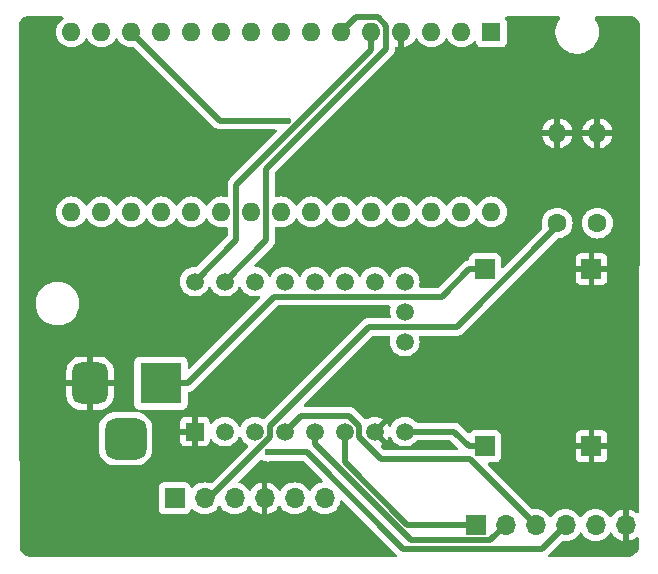
<source format=gbr>
%TF.GenerationSoftware,KiCad,Pcbnew,8.0.2*%
%TF.CreationDate,2024-05-31T10:43:30+02:00*%
%TF.ProjectId,LTS_Spooler,4c54535f-5370-46f6-9f6c-65722e6b6963,rev?*%
%TF.SameCoordinates,Original*%
%TF.FileFunction,Copper,L1,Top*%
%TF.FilePolarity,Positive*%
%FSLAX46Y46*%
G04 Gerber Fmt 4.6, Leading zero omitted, Abs format (unit mm)*
G04 Created by KiCad (PCBNEW 8.0.2) date 2024-05-31 10:43:30*
%MOMM*%
%LPD*%
G01*
G04 APERTURE LIST*
G04 Aperture macros list*
%AMRoundRect*
0 Rectangle with rounded corners*
0 $1 Rounding radius*
0 $2 $3 $4 $5 $6 $7 $8 $9 X,Y pos of 4 corners*
0 Add a 4 corners polygon primitive as box body*
4,1,4,$2,$3,$4,$5,$6,$7,$8,$9,$2,$3,0*
0 Add four circle primitives for the rounded corners*
1,1,$1+$1,$2,$3*
1,1,$1+$1,$4,$5*
1,1,$1+$1,$6,$7*
1,1,$1+$1,$8,$9*
0 Add four rect primitives between the rounded corners*
20,1,$1+$1,$2,$3,$4,$5,0*
20,1,$1+$1,$4,$5,$6,$7,0*
20,1,$1+$1,$6,$7,$8,$9,0*
20,1,$1+$1,$8,$9,$2,$3,0*%
G04 Aperture macros list end*
%TA.AperFunction,ComponentPad*%
%ADD10R,3.500000X3.500000*%
%TD*%
%TA.AperFunction,ComponentPad*%
%ADD11RoundRect,0.750000X-0.750000X-1.000000X0.750000X-1.000000X0.750000X1.000000X-0.750000X1.000000X0*%
%TD*%
%TA.AperFunction,ComponentPad*%
%ADD12RoundRect,0.875000X-0.875000X-0.875000X0.875000X-0.875000X0.875000X0.875000X-0.875000X0.875000X0*%
%TD*%
%TA.AperFunction,ComponentPad*%
%ADD13R,1.700000X1.700000*%
%TD*%
%TA.AperFunction,ComponentPad*%
%ADD14R,1.508000X1.508000*%
%TD*%
%TA.AperFunction,ComponentPad*%
%ADD15C,1.508000*%
%TD*%
%TA.AperFunction,ComponentPad*%
%ADD16O,1.700000X1.700000*%
%TD*%
%TA.AperFunction,ComponentPad*%
%ADD17C,1.600000*%
%TD*%
%TA.AperFunction,ComponentPad*%
%ADD18O,1.600000X1.600000*%
%TD*%
%TA.AperFunction,ComponentPad*%
%ADD19R,1.600000X1.600000*%
%TD*%
%TA.AperFunction,ViaPad*%
%ADD20C,0.600000*%
%TD*%
%TA.AperFunction,Conductor*%
%ADD21C,0.500000*%
%TD*%
G04 APERTURE END LIST*
D10*
%TO.P,J10,1,Pin_1*%
%TO.N,+12V*%
X26750000Y-45750000D03*
D11*
%TO.P,J10,2,Pin_2*%
%TO.N,GND*%
X20750000Y-45750000D03*
D12*
%TO.P,J10,3*%
%TO.N,N/C*%
X23750000Y-50450000D03*
%TD*%
D13*
%TO.P,J7,1,Pin_1*%
%TO.N,GND*%
X63200000Y-51100000D03*
%TD*%
%TO.P,J6,1,Pin_1*%
%TO.N,/VIN*%
X54200000Y-51100000D03*
%TD*%
%TO.P,J4,1,Pin_1*%
%TO.N,+12V*%
X54200000Y-36100000D03*
%TD*%
%TO.P,J5,1,Pin_1*%
%TO.N,GND*%
X63200000Y-36100000D03*
%TD*%
D14*
%TO.P,U1,1,GND*%
%TO.N,GND*%
X29610000Y-49850000D03*
D15*
%TO.P,U1,2,VIO*%
%TO.N,/3V3*%
X32150000Y-49850000D03*
%TO.P,U1,3,M1B*%
%TO.N,/MotorD*%
X34690000Y-49850000D03*
%TO.P,U1,4,M1A*%
%TO.N,/MotorB*%
X37230000Y-49850000D03*
%TO.P,U1,5,M2A*%
%TO.N,/MotorC*%
X39770000Y-49850000D03*
%TO.P,U1,6,M2B*%
%TO.N,/MotorA*%
X42310000Y-49850000D03*
%TO.P,U1,7,GND*%
%TO.N,GND*%
X44850000Y-49850000D03*
%TO.P,U1,8,VM*%
%TO.N,/VIN*%
X47390000Y-49850000D03*
%TO.P,U1,9,DIR*%
%TO.N,/Direction*%
X29610000Y-37150000D03*
%TO.P,U1,10,STEP*%
%TO.N,/Step*%
X32150000Y-37150000D03*
%TO.P,U1,11,PDN*%
%TO.N,unconnected-(U1-PDN-Pad11)*%
X34690000Y-37150000D03*
%TO.P,U1,12,UART*%
%TO.N,unconnected-(U1-UART-Pad12)*%
X37230000Y-37150000D03*
%TO.P,U1,13,SPRD*%
%TO.N,unconnected-(U1-SPRD-Pad13)*%
X39770000Y-37150000D03*
%TO.P,U1,14,MS2*%
%TO.N,unconnected-(U1-MS2-Pad14)*%
X42310000Y-37150000D03*
%TO.P,U1,15,MS1*%
%TO.N,unconnected-(U1-MS1-Pad15)*%
X44850000Y-37150000D03*
%TO.P,U1,16,~{EN}*%
%TO.N,/Enable*%
X47390000Y-37150000D03*
%TO.P,U1,17,INDEX*%
%TO.N,unconnected-(U1-INDEX-Pad17)*%
X47390000Y-42230000D03*
%TO.P,U1,18,DIAG*%
%TO.N,unconnected-(U1-DIAG-Pad18)*%
X47390000Y-39690000D03*
%TD*%
D13*
%TO.P,J11,1,Pin_1*%
%TO.N,/MotorA*%
X53400000Y-57750000D03*
D16*
%TO.P,J11,2,Pin_2*%
%TO.N,/MotorC*%
X55940000Y-57750000D03*
%TO.P,J11,3,Pin_3*%
%TO.N,/MotorB*%
X58480000Y-57750000D03*
%TO.P,J11,4,Pin_4*%
%TO.N,/MotorD*%
X61020000Y-57750000D03*
%TO.P,J11,5,Pin_5*%
%TO.N,/FilamentSensor*%
X63560000Y-57750000D03*
%TO.P,J11,6,Pin_6*%
%TO.N,GND*%
X66100000Y-57750000D03*
%TD*%
D13*
%TO.P,J12,1,Pin_1*%
%TO.N,/LED1*%
X27900000Y-55500000D03*
D16*
%TO.P,J12,2,Pin_2*%
%TO.N,Net-(J12-Pin_2)*%
X30440000Y-55500000D03*
%TO.P,J12,3,Pin_3*%
%TO.N,/BTN*%
X32980000Y-55500000D03*
%TO.P,J12,4,Pin_4*%
%TO.N,GND*%
X35520000Y-55500000D03*
%TO.P,J12,5,Pin_5*%
%TO.N,/LED2*%
X38060000Y-55500000D03*
%TO.P,J12,6,Pin_6*%
%TO.N,Net-(J12-Pin_6)*%
X40600000Y-55500000D03*
%TD*%
D17*
%TO.P,R2,1*%
%TO.N,Net-(J12-Pin_6)*%
X63700000Y-32200000D03*
D18*
%TO.P,R2,2*%
%TO.N,GND*%
X63700000Y-24580000D03*
%TD*%
D17*
%TO.P,R1,1*%
%TO.N,Net-(J12-Pin_2)*%
X60300000Y-32200000D03*
D18*
%TO.P,R1,2*%
%TO.N,GND*%
X60300000Y-24580000D03*
%TD*%
D19*
%TO.P,A1,1,D1/TX*%
%TO.N,unconnected-(A1-D1{slash}TX-Pad1)*%
X54730000Y-16010000D03*
D18*
%TO.P,A1,2,D0/RX*%
%TO.N,unconnected-(A1-D0{slash}RX-Pad2)*%
X52190000Y-16010000D03*
%TO.P,A1,3,~{RESET}*%
%TO.N,unconnected-(A1-~{RESET}-Pad3)*%
X49650000Y-16010000D03*
%TO.P,A1,4,GND*%
%TO.N,GND*%
X47110000Y-16010000D03*
%TO.P,A1,5,D2*%
%TO.N,/Direction*%
X44570000Y-16010000D03*
%TO.P,A1,6,D3*%
%TO.N,/Step*%
X42030000Y-16010000D03*
%TO.P,A1,7,D4*%
%TO.N,/Enable*%
X39490000Y-16010000D03*
%TO.P,A1,8,D5*%
%TO.N,unconnected-(A1-D5-Pad8)*%
X36950000Y-16010000D03*
%TO.P,A1,9,D6*%
%TO.N,unconnected-(A1-D6-Pad9)*%
X34410000Y-16010000D03*
%TO.P,A1,10,D7*%
%TO.N,/FilamentSensor*%
X31870000Y-16010000D03*
%TO.P,A1,11,D8*%
%TO.N,/BTN*%
X29330000Y-16010000D03*
%TO.P,A1,12,D9*%
%TO.N,/LED1*%
X26790000Y-16010000D03*
%TO.P,A1,13,D10*%
%TO.N,/LED2*%
X24250000Y-16010000D03*
%TO.P,A1,14,D11*%
%TO.N,unconnected-(A1-D11-Pad14)*%
X21710000Y-16010000D03*
%TO.P,A1,15,D12*%
%TO.N,unconnected-(A1-D12-Pad15)*%
X19170000Y-16010000D03*
%TO.P,A1,16,D13*%
%TO.N,unconnected-(A1-D13-Pad16)*%
X19170000Y-31250000D03*
%TO.P,A1,17,3V3*%
%TO.N,/3V3*%
X21710000Y-31250000D03*
%TO.P,A1,18,AREF*%
%TO.N,unconnected-(A1-AREF-Pad18)*%
X24250000Y-31250000D03*
%TO.P,A1,19,A0*%
%TO.N,unconnected-(A1-A0-Pad19)*%
X26790000Y-31250000D03*
%TO.P,A1,20,A1*%
%TO.N,unconnected-(A1-A1-Pad20)*%
X29330000Y-31250000D03*
%TO.P,A1,21,A2*%
%TO.N,unconnected-(A1-A2-Pad21)*%
X31870000Y-31250000D03*
%TO.P,A1,22,A3*%
%TO.N,unconnected-(A1-A3-Pad22)*%
X34410000Y-31250000D03*
%TO.P,A1,23,A4*%
%TO.N,unconnected-(A1-A4-Pad23)*%
X36950000Y-31250000D03*
%TO.P,A1,24,A5*%
%TO.N,unconnected-(A1-A5-Pad24)*%
X39490000Y-31250000D03*
%TO.P,A1,25,A6*%
%TO.N,unconnected-(A1-A6-Pad25)*%
X42030000Y-31250000D03*
%TO.P,A1,26,A7*%
%TO.N,unconnected-(A1-A7-Pad26)*%
X44570000Y-31250000D03*
%TO.P,A1,27,+5V*%
%TO.N,unconnected-(A1-+5V-Pad27)*%
X47110000Y-31250000D03*
%TO.P,A1,28,~{RESET}*%
%TO.N,unconnected-(A1-~{RESET}-Pad28)*%
X49650000Y-31250000D03*
%TO.P,A1,29,GND*%
%TO.N,unconnected-(A1-GND-Pad29)*%
X52190000Y-31250000D03*
%TO.P,A1,30,VIN*%
%TO.N,/VIN*%
X54730000Y-31250000D03*
%TD*%
D20*
%TO.N,/MotorD*%
X35783200Y-51594700D03*
%TO.N,/LED2*%
X37492200Y-23520500D03*
%TD*%
D21*
%TO.N,/MotorB*%
X42662714Y-48500000D02*
X38580000Y-48500000D01*
X43514000Y-49351286D02*
X42662714Y-48500000D01*
X38580000Y-48500000D02*
X37230000Y-49850000D01*
X43514000Y-50348714D02*
X43514000Y-49351286D01*
X45341703Y-52176417D02*
X43514000Y-50348714D01*
X52906417Y-52176417D02*
X45341703Y-52176417D01*
X58480000Y-57750000D02*
X52906417Y-52176417D01*
%TO.N,/MotorC*%
X39770000Y-50916317D02*
X39770000Y-49850000D01*
X47903683Y-59050000D02*
X39770000Y-50916317D01*
X55940000Y-57750000D02*
X54640000Y-59050000D01*
X54640000Y-59050000D02*
X47903683Y-59050000D01*
%TO.N,/MotorA*%
X42310000Y-52466367D02*
X42310000Y-49850000D01*
X47593633Y-57750000D02*
X42310000Y-52466367D01*
X53400000Y-57750000D02*
X47593633Y-57750000D01*
%TO.N,/MotorD*%
X47260050Y-59750000D02*
X59020000Y-59750000D01*
X39104750Y-51594700D02*
X47260050Y-59750000D01*
X35783200Y-51594700D02*
X39104750Y-51594700D01*
X59020000Y-59750000D02*
X61020000Y-57750000D01*
%TO.N,/Step*%
X43280000Y-14760000D02*
X42030000Y-16010000D01*
X45820000Y-15492233D02*
X45087767Y-14760000D01*
X45820000Y-17430000D02*
X45820000Y-15492233D01*
X32150000Y-37150000D02*
X35660000Y-33640000D01*
X35660000Y-33640000D02*
X35660000Y-27590000D01*
X35660000Y-27590000D02*
X45820000Y-17430000D01*
X45087767Y-14760000D02*
X43280000Y-14760000D01*
%TO.N,Net-(J12-Pin_2)*%
X30795900Y-55500000D02*
X30440000Y-55500000D01*
X35960000Y-50335900D02*
X30795900Y-55500000D01*
X35960000Y-49385700D02*
X35960000Y-50335900D01*
X44355500Y-40990200D02*
X35960000Y-49385700D01*
X51785100Y-40990200D02*
X44355500Y-40990200D01*
X60300000Y-32475300D02*
X51785100Y-40990200D01*
X60300000Y-32200000D02*
X60300000Y-32475300D01*
%TO.N,+12V*%
X50530000Y-38420000D02*
X52850000Y-36100000D01*
X36330000Y-38420000D02*
X50530000Y-38420000D01*
X29000000Y-45750000D02*
X36330000Y-38420000D01*
X26750000Y-45750000D02*
X29000000Y-45750000D01*
X54200000Y-36100000D02*
X52850000Y-36100000D01*
%TO.N,/LED2*%
X31760500Y-23520500D02*
X24250000Y-16010000D01*
X37492200Y-23520500D02*
X31760500Y-23520500D01*
%TO.N,/VIN*%
X51600000Y-49850000D02*
X52850000Y-51100000D01*
X47390000Y-49850000D02*
X51600000Y-49850000D01*
X54200000Y-51100000D02*
X52850000Y-51100000D01*
%TO.N,/Direction*%
X44570000Y-16010000D02*
X44570000Y-17310000D01*
X44570000Y-17505800D02*
X44570000Y-17310000D01*
X33140000Y-28935800D02*
X44570000Y-17505800D01*
X33140000Y-33620000D02*
X33140000Y-28935800D01*
X29610000Y-37150000D02*
X33140000Y-33620000D01*
%TD*%
%TA.AperFunction,Conductor*%
%TO.N,GND*%
G36*
X18447283Y-14719685D02*
G01*
X18493038Y-14772489D01*
X18502982Y-14841647D01*
X18473957Y-14905203D01*
X18451369Y-14925573D01*
X18416794Y-14949782D01*
X18330858Y-15009954D01*
X18169954Y-15170858D01*
X18039432Y-15357265D01*
X18039431Y-15357267D01*
X17943261Y-15563502D01*
X17943258Y-15563511D01*
X17884366Y-15783302D01*
X17884364Y-15783313D01*
X17864532Y-16009998D01*
X17864532Y-16010001D01*
X17884364Y-16236686D01*
X17884366Y-16236697D01*
X17943258Y-16456488D01*
X17943261Y-16456497D01*
X18039431Y-16662732D01*
X18039432Y-16662734D01*
X18169954Y-16849141D01*
X18330858Y-17010045D01*
X18366621Y-17035086D01*
X18517266Y-17140568D01*
X18723504Y-17236739D01*
X18943308Y-17295635D01*
X19105230Y-17309801D01*
X19169998Y-17315468D01*
X19170000Y-17315468D01*
X19170002Y-17315468D01*
X19226807Y-17310498D01*
X19396692Y-17295635D01*
X19616496Y-17236739D01*
X19822734Y-17140568D01*
X20009139Y-17010047D01*
X20170047Y-16849139D01*
X20300568Y-16662734D01*
X20327618Y-16604724D01*
X20373790Y-16552285D01*
X20440983Y-16533133D01*
X20507865Y-16553348D01*
X20552382Y-16604725D01*
X20579429Y-16662728D01*
X20579432Y-16662734D01*
X20709954Y-16849141D01*
X20870858Y-17010045D01*
X20906621Y-17035086D01*
X21057266Y-17140568D01*
X21263504Y-17236739D01*
X21483308Y-17295635D01*
X21645230Y-17309801D01*
X21709998Y-17315468D01*
X21710000Y-17315468D01*
X21710002Y-17315468D01*
X21766807Y-17310498D01*
X21936692Y-17295635D01*
X22156496Y-17236739D01*
X22362734Y-17140568D01*
X22549139Y-17010047D01*
X22710047Y-16849139D01*
X22840568Y-16662734D01*
X22867618Y-16604724D01*
X22913790Y-16552285D01*
X22980983Y-16533133D01*
X23047865Y-16553348D01*
X23092382Y-16604725D01*
X23119429Y-16662728D01*
X23119432Y-16662734D01*
X23249954Y-16849141D01*
X23410858Y-17010045D01*
X23446621Y-17035086D01*
X23597266Y-17140568D01*
X23803504Y-17236739D01*
X24023308Y-17295635D01*
X24185230Y-17309801D01*
X24249998Y-17315468D01*
X24250000Y-17315468D01*
X24250001Y-17315468D01*
X24270062Y-17313712D01*
X24416861Y-17300869D01*
X24485359Y-17314635D01*
X24515348Y-17336716D01*
X31282086Y-24103454D01*
X31310139Y-24122197D01*
X31352223Y-24150316D01*
X31405005Y-24185584D01*
X31405007Y-24185585D01*
X31405011Y-24185587D01*
X31541582Y-24242156D01*
X31541587Y-24242158D01*
X31541591Y-24242158D01*
X31541592Y-24242159D01*
X31686579Y-24271000D01*
X31686582Y-24271000D01*
X31686583Y-24271000D01*
X31834417Y-24271000D01*
X36444070Y-24271000D01*
X36511109Y-24290685D01*
X36556864Y-24343489D01*
X36566808Y-24412647D01*
X36537783Y-24476203D01*
X36531751Y-24482681D01*
X32557050Y-28457380D01*
X32557044Y-28457388D01*
X32507812Y-28531068D01*
X32507813Y-28531069D01*
X32474921Y-28580296D01*
X32474914Y-28580308D01*
X32418342Y-28716886D01*
X32418340Y-28716892D01*
X32389500Y-28861879D01*
X32389500Y-29881222D01*
X32369815Y-29948261D01*
X32317011Y-29994016D01*
X32247853Y-30003960D01*
X32233407Y-30000997D01*
X32096697Y-29964366D01*
X32096693Y-29964365D01*
X32096692Y-29964365D01*
X32096691Y-29964364D01*
X32096686Y-29964364D01*
X31870002Y-29944532D01*
X31869998Y-29944532D01*
X31643313Y-29964364D01*
X31643302Y-29964366D01*
X31423511Y-30023258D01*
X31423502Y-30023261D01*
X31217267Y-30119431D01*
X31217265Y-30119432D01*
X31030858Y-30249954D01*
X30869954Y-30410858D01*
X30739432Y-30597265D01*
X30739431Y-30597267D01*
X30712382Y-30655275D01*
X30666209Y-30707714D01*
X30599016Y-30726866D01*
X30532135Y-30706650D01*
X30487618Y-30655275D01*
X30460568Y-30597267D01*
X30460567Y-30597265D01*
X30330045Y-30410858D01*
X30169141Y-30249954D01*
X29982734Y-30119432D01*
X29982732Y-30119431D01*
X29776497Y-30023261D01*
X29776488Y-30023258D01*
X29556697Y-29964366D01*
X29556693Y-29964365D01*
X29556692Y-29964365D01*
X29556691Y-29964364D01*
X29556686Y-29964364D01*
X29330002Y-29944532D01*
X29329998Y-29944532D01*
X29103313Y-29964364D01*
X29103302Y-29964366D01*
X28883511Y-30023258D01*
X28883502Y-30023261D01*
X28677267Y-30119431D01*
X28677265Y-30119432D01*
X28490858Y-30249954D01*
X28329954Y-30410858D01*
X28199432Y-30597265D01*
X28199431Y-30597267D01*
X28172382Y-30655275D01*
X28126209Y-30707714D01*
X28059016Y-30726866D01*
X27992135Y-30706650D01*
X27947618Y-30655275D01*
X27920568Y-30597267D01*
X27920567Y-30597265D01*
X27790045Y-30410858D01*
X27629141Y-30249954D01*
X27442734Y-30119432D01*
X27442732Y-30119431D01*
X27236497Y-30023261D01*
X27236488Y-30023258D01*
X27016697Y-29964366D01*
X27016693Y-29964365D01*
X27016692Y-29964365D01*
X27016691Y-29964364D01*
X27016686Y-29964364D01*
X26790002Y-29944532D01*
X26789998Y-29944532D01*
X26563313Y-29964364D01*
X26563302Y-29964366D01*
X26343511Y-30023258D01*
X26343502Y-30023261D01*
X26137267Y-30119431D01*
X26137265Y-30119432D01*
X25950858Y-30249954D01*
X25789954Y-30410858D01*
X25659432Y-30597265D01*
X25659431Y-30597267D01*
X25632382Y-30655275D01*
X25586209Y-30707714D01*
X25519016Y-30726866D01*
X25452135Y-30706650D01*
X25407618Y-30655275D01*
X25380568Y-30597267D01*
X25380567Y-30597265D01*
X25250045Y-30410858D01*
X25089141Y-30249954D01*
X24902734Y-30119432D01*
X24902732Y-30119431D01*
X24696497Y-30023261D01*
X24696488Y-30023258D01*
X24476697Y-29964366D01*
X24476693Y-29964365D01*
X24476692Y-29964365D01*
X24476691Y-29964364D01*
X24476686Y-29964364D01*
X24250002Y-29944532D01*
X24249998Y-29944532D01*
X24023313Y-29964364D01*
X24023302Y-29964366D01*
X23803511Y-30023258D01*
X23803502Y-30023261D01*
X23597267Y-30119431D01*
X23597265Y-30119432D01*
X23410858Y-30249954D01*
X23249954Y-30410858D01*
X23119432Y-30597265D01*
X23119431Y-30597267D01*
X23092382Y-30655275D01*
X23046209Y-30707714D01*
X22979016Y-30726866D01*
X22912135Y-30706650D01*
X22867618Y-30655275D01*
X22840568Y-30597267D01*
X22840567Y-30597265D01*
X22710045Y-30410858D01*
X22549141Y-30249954D01*
X22362734Y-30119432D01*
X22362732Y-30119431D01*
X22156497Y-30023261D01*
X22156488Y-30023258D01*
X21936697Y-29964366D01*
X21936693Y-29964365D01*
X21936692Y-29964365D01*
X21936691Y-29964364D01*
X21936686Y-29964364D01*
X21710002Y-29944532D01*
X21709998Y-29944532D01*
X21483313Y-29964364D01*
X21483302Y-29964366D01*
X21263511Y-30023258D01*
X21263502Y-30023261D01*
X21057267Y-30119431D01*
X21057265Y-30119432D01*
X20870858Y-30249954D01*
X20709954Y-30410858D01*
X20579432Y-30597265D01*
X20579431Y-30597267D01*
X20552382Y-30655275D01*
X20506209Y-30707714D01*
X20439016Y-30726866D01*
X20372135Y-30706650D01*
X20327618Y-30655275D01*
X20300568Y-30597267D01*
X20300567Y-30597265D01*
X20170045Y-30410858D01*
X20009141Y-30249954D01*
X19822734Y-30119432D01*
X19822732Y-30119431D01*
X19616497Y-30023261D01*
X19616488Y-30023258D01*
X19396697Y-29964366D01*
X19396693Y-29964365D01*
X19396692Y-29964365D01*
X19396691Y-29964364D01*
X19396686Y-29964364D01*
X19170002Y-29944532D01*
X19169998Y-29944532D01*
X18943313Y-29964364D01*
X18943302Y-29964366D01*
X18723511Y-30023258D01*
X18723502Y-30023261D01*
X18517267Y-30119431D01*
X18517265Y-30119432D01*
X18330858Y-30249954D01*
X18169954Y-30410858D01*
X18039432Y-30597265D01*
X18039431Y-30597267D01*
X17943261Y-30803502D01*
X17943258Y-30803511D01*
X17884366Y-31023302D01*
X17884364Y-31023313D01*
X17864532Y-31249998D01*
X17864532Y-31250001D01*
X17884364Y-31476686D01*
X17884366Y-31476697D01*
X17943258Y-31696488D01*
X17943261Y-31696497D01*
X18039431Y-31902732D01*
X18039432Y-31902734D01*
X18169954Y-32089141D01*
X18330858Y-32250045D01*
X18330861Y-32250047D01*
X18517266Y-32380568D01*
X18723504Y-32476739D01*
X18943308Y-32535635D01*
X19105230Y-32549801D01*
X19169998Y-32555468D01*
X19170000Y-32555468D01*
X19170002Y-32555468D01*
X19226673Y-32550509D01*
X19396692Y-32535635D01*
X19616496Y-32476739D01*
X19822734Y-32380568D01*
X20009139Y-32250047D01*
X20170047Y-32089139D01*
X20300568Y-31902734D01*
X20327618Y-31844724D01*
X20373790Y-31792285D01*
X20440983Y-31773133D01*
X20507865Y-31793348D01*
X20552382Y-31844725D01*
X20579429Y-31902728D01*
X20579432Y-31902734D01*
X20709954Y-32089141D01*
X20870858Y-32250045D01*
X20870861Y-32250047D01*
X21057266Y-32380568D01*
X21263504Y-32476739D01*
X21483308Y-32535635D01*
X21645230Y-32549801D01*
X21709998Y-32555468D01*
X21710000Y-32555468D01*
X21710002Y-32555468D01*
X21766673Y-32550509D01*
X21936692Y-32535635D01*
X22156496Y-32476739D01*
X22362734Y-32380568D01*
X22549139Y-32250047D01*
X22710047Y-32089139D01*
X22840568Y-31902734D01*
X22867618Y-31844724D01*
X22913790Y-31792285D01*
X22980983Y-31773133D01*
X23047865Y-31793348D01*
X23092382Y-31844725D01*
X23119429Y-31902728D01*
X23119432Y-31902734D01*
X23249954Y-32089141D01*
X23410858Y-32250045D01*
X23410861Y-32250047D01*
X23597266Y-32380568D01*
X23803504Y-32476739D01*
X24023308Y-32535635D01*
X24185230Y-32549801D01*
X24249998Y-32555468D01*
X24250000Y-32555468D01*
X24250002Y-32555468D01*
X24306673Y-32550509D01*
X24476692Y-32535635D01*
X24696496Y-32476739D01*
X24902734Y-32380568D01*
X25089139Y-32250047D01*
X25250047Y-32089139D01*
X25380568Y-31902734D01*
X25407618Y-31844724D01*
X25453790Y-31792285D01*
X25520983Y-31773133D01*
X25587865Y-31793348D01*
X25632382Y-31844725D01*
X25659429Y-31902728D01*
X25659432Y-31902734D01*
X25789954Y-32089141D01*
X25950858Y-32250045D01*
X25950861Y-32250047D01*
X26137266Y-32380568D01*
X26343504Y-32476739D01*
X26563308Y-32535635D01*
X26725230Y-32549801D01*
X26789998Y-32555468D01*
X26790000Y-32555468D01*
X26790002Y-32555468D01*
X26846673Y-32550509D01*
X27016692Y-32535635D01*
X27236496Y-32476739D01*
X27442734Y-32380568D01*
X27629139Y-32250047D01*
X27790047Y-32089139D01*
X27920568Y-31902734D01*
X27947618Y-31844724D01*
X27993790Y-31792285D01*
X28060983Y-31773133D01*
X28127865Y-31793348D01*
X28172382Y-31844725D01*
X28199429Y-31902728D01*
X28199432Y-31902734D01*
X28329954Y-32089141D01*
X28490858Y-32250045D01*
X28490861Y-32250047D01*
X28677266Y-32380568D01*
X28883504Y-32476739D01*
X29103308Y-32535635D01*
X29265230Y-32549801D01*
X29329998Y-32555468D01*
X29330000Y-32555468D01*
X29330002Y-32555468D01*
X29386673Y-32550509D01*
X29556692Y-32535635D01*
X29776496Y-32476739D01*
X29982734Y-32380568D01*
X30169139Y-32250047D01*
X30330047Y-32089139D01*
X30460568Y-31902734D01*
X30487618Y-31844724D01*
X30533790Y-31792285D01*
X30600983Y-31773133D01*
X30667865Y-31793348D01*
X30712382Y-31844725D01*
X30739429Y-31902728D01*
X30739432Y-31902734D01*
X30869954Y-32089141D01*
X31030858Y-32250045D01*
X31030861Y-32250047D01*
X31217266Y-32380568D01*
X31423504Y-32476739D01*
X31643308Y-32535635D01*
X31805230Y-32549801D01*
X31869998Y-32555468D01*
X31870000Y-32555468D01*
X31870002Y-32555468D01*
X31926673Y-32550509D01*
X32096692Y-32535635D01*
X32233408Y-32499002D01*
X32303256Y-32500665D01*
X32361119Y-32539827D01*
X32388623Y-32604056D01*
X32389500Y-32618777D01*
X32389500Y-33257769D01*
X32369815Y-33324808D01*
X32353181Y-33345450D01*
X29832887Y-35865743D01*
X29771564Y-35899228D01*
X29734400Y-35901590D01*
X29610004Y-35890708D01*
X29609998Y-35890708D01*
X29391331Y-35909838D01*
X29391324Y-35909839D01*
X29284811Y-35938380D01*
X29179297Y-35966653D01*
X29179295Y-35966653D01*
X29179291Y-35966655D01*
X28980357Y-36059419D01*
X28980349Y-36059423D01*
X28800547Y-36185322D01*
X28800541Y-36185327D01*
X28645327Y-36340541D01*
X28645322Y-36340547D01*
X28519423Y-36520349D01*
X28519419Y-36520357D01*
X28426655Y-36719291D01*
X28369839Y-36931324D01*
X28369838Y-36931331D01*
X28350708Y-37149997D01*
X28350708Y-37150002D01*
X28369838Y-37368668D01*
X28369839Y-37368675D01*
X28376571Y-37393797D01*
X28426653Y-37580703D01*
X28426654Y-37580706D01*
X28426655Y-37580708D01*
X28519419Y-37779642D01*
X28519423Y-37779650D01*
X28645322Y-37959452D01*
X28645327Y-37959458D01*
X28800541Y-38114672D01*
X28800547Y-38114677D01*
X28980349Y-38240576D01*
X28980351Y-38240577D01*
X28980354Y-38240579D01*
X29179297Y-38333347D01*
X29391326Y-38390161D01*
X29547521Y-38403826D01*
X29609998Y-38409292D01*
X29610000Y-38409292D01*
X29610002Y-38409292D01*
X29671632Y-38403900D01*
X29828674Y-38390161D01*
X30040703Y-38333347D01*
X30239646Y-38240579D01*
X30419457Y-38114674D01*
X30574674Y-37959457D01*
X30700579Y-37779646D01*
X30767618Y-37635878D01*
X30813790Y-37583439D01*
X30880983Y-37564287D01*
X30947864Y-37584502D01*
X30992381Y-37635878D01*
X31023059Y-37701667D01*
X31059419Y-37779642D01*
X31059423Y-37779650D01*
X31185322Y-37959452D01*
X31185327Y-37959458D01*
X31340541Y-38114672D01*
X31340547Y-38114677D01*
X31520349Y-38240576D01*
X31520351Y-38240577D01*
X31520354Y-38240579D01*
X31719297Y-38333347D01*
X31931326Y-38390161D01*
X32087521Y-38403826D01*
X32149998Y-38409292D01*
X32150000Y-38409292D01*
X32150002Y-38409292D01*
X32211632Y-38403900D01*
X32368674Y-38390161D01*
X32580703Y-38333347D01*
X32779646Y-38240579D01*
X32959457Y-38114674D01*
X33114674Y-37959457D01*
X33240579Y-37779646D01*
X33307618Y-37635878D01*
X33353790Y-37583439D01*
X33420983Y-37564287D01*
X33487864Y-37584502D01*
X33532381Y-37635878D01*
X33563059Y-37701667D01*
X33599419Y-37779642D01*
X33599423Y-37779650D01*
X33725322Y-37959452D01*
X33725327Y-37959458D01*
X33880541Y-38114672D01*
X33880547Y-38114677D01*
X34060349Y-38240576D01*
X34060351Y-38240577D01*
X34060354Y-38240579D01*
X34259297Y-38333347D01*
X34471326Y-38390161D01*
X34627521Y-38403826D01*
X34689998Y-38409292D01*
X34690000Y-38409292D01*
X34690002Y-38409292D01*
X34751632Y-38403900D01*
X34908674Y-38390161D01*
X34994143Y-38367259D01*
X35063989Y-38368920D01*
X35121852Y-38408082D01*
X35149358Y-38472310D01*
X35137773Y-38541212D01*
X35113916Y-38574714D01*
X29212180Y-44476451D01*
X29150857Y-44509936D01*
X29081165Y-44504952D01*
X29025232Y-44463080D01*
X29000815Y-44397616D01*
X29000499Y-44388770D01*
X29000499Y-43952129D01*
X29000498Y-43952123D01*
X29000497Y-43952116D01*
X28994091Y-43892517D01*
X28954571Y-43786559D01*
X28943797Y-43757671D01*
X28943793Y-43757664D01*
X28857547Y-43642455D01*
X28857544Y-43642452D01*
X28742335Y-43556206D01*
X28742328Y-43556202D01*
X28607482Y-43505908D01*
X28607483Y-43505908D01*
X28547883Y-43499501D01*
X28547881Y-43499500D01*
X28547873Y-43499500D01*
X28547864Y-43499500D01*
X24952129Y-43499500D01*
X24952123Y-43499501D01*
X24892516Y-43505908D01*
X24757671Y-43556202D01*
X24757664Y-43556206D01*
X24642455Y-43642452D01*
X24642452Y-43642455D01*
X24556206Y-43757664D01*
X24556202Y-43757671D01*
X24505908Y-43892517D01*
X24499501Y-43952116D01*
X24499501Y-43952123D01*
X24499500Y-43952135D01*
X24499500Y-47547870D01*
X24499501Y-47547876D01*
X24505908Y-47607483D01*
X24556202Y-47742328D01*
X24556206Y-47742335D01*
X24642452Y-47857544D01*
X24642454Y-47857546D01*
X24757664Y-47943793D01*
X24757673Y-47943798D01*
X24804937Y-47961426D01*
X24860871Y-48003296D01*
X24885289Y-48068760D01*
X24870438Y-48137033D01*
X24821033Y-48186439D01*
X24755028Y-48201433D01*
X24718657Y-48199501D01*
X24718628Y-48199500D01*
X24718622Y-48199500D01*
X22781378Y-48199500D01*
X22781370Y-48199500D01*
X22781347Y-48199501D01*
X22728756Y-48202295D01*
X22728755Y-48202295D01*
X22498878Y-48246754D01*
X22498876Y-48246754D01*
X22498874Y-48246755D01*
X22424933Y-48274659D01*
X22279810Y-48329425D01*
X22077868Y-48447929D01*
X22077861Y-48447934D01*
X21898858Y-48598856D01*
X21898856Y-48598858D01*
X21747934Y-48777861D01*
X21747929Y-48777868D01*
X21629425Y-48979810D01*
X21603627Y-49048172D01*
X21546755Y-49198874D01*
X21546754Y-49198876D01*
X21546754Y-49198878D01*
X21502295Y-49428755D01*
X21502295Y-49428756D01*
X21499501Y-49481347D01*
X21499500Y-49481386D01*
X21499500Y-51418613D01*
X21499501Y-51418652D01*
X21502295Y-51471243D01*
X21502295Y-51471244D01*
X21546754Y-51701121D01*
X21546755Y-51701126D01*
X21595326Y-51829832D01*
X21629425Y-51920189D01*
X21747929Y-52122131D01*
X21747934Y-52122138D01*
X21898856Y-52301141D01*
X21898858Y-52301143D01*
X22077861Y-52452065D01*
X22077868Y-52452070D01*
X22279810Y-52570574D01*
X22498874Y-52653245D01*
X22728759Y-52697705D01*
X22781378Y-52700500D01*
X22781386Y-52700500D01*
X24718614Y-52700500D01*
X24718622Y-52700500D01*
X24771241Y-52697705D01*
X25001126Y-52653245D01*
X25220190Y-52570574D01*
X25422132Y-52452070D01*
X25423995Y-52450499D01*
X25601141Y-52301143D01*
X25601143Y-52301141D01*
X25752065Y-52122138D01*
X25752065Y-52122137D01*
X25752070Y-52122132D01*
X25870574Y-51920190D01*
X25953245Y-51701126D01*
X25997705Y-51471241D01*
X26000500Y-51418622D01*
X26000500Y-49481378D01*
X25997705Y-49428759D01*
X25953245Y-49198874D01*
X25870574Y-48979810D01*
X25752070Y-48777868D01*
X25752065Y-48777861D01*
X25601143Y-48598858D01*
X25601141Y-48598856D01*
X25422138Y-48447934D01*
X25422131Y-48447929D01*
X25220189Y-48329425D01*
X25122513Y-48292564D01*
X25001126Y-48246755D01*
X25001121Y-48246754D01*
X25001116Y-48246752D01*
X24998470Y-48246240D01*
X24997451Y-48245713D01*
X24996050Y-48245317D01*
X24996130Y-48245031D01*
X24936392Y-48214177D01*
X24901503Y-48153641D01*
X24904881Y-48083853D01*
X24945452Y-48026970D01*
X25010337Y-48001052D01*
X25022009Y-48000499D01*
X28547872Y-48000499D01*
X28607483Y-47994091D01*
X28742331Y-47943796D01*
X28857546Y-47857546D01*
X28943796Y-47742331D01*
X28994091Y-47607483D01*
X29000500Y-47547873D01*
X29000500Y-46616868D01*
X29020185Y-46549829D01*
X29072989Y-46504074D01*
X29100308Y-46495251D01*
X29181803Y-46479039D01*
X29218913Y-46471658D01*
X29355495Y-46415084D01*
X29404729Y-46382186D01*
X29478416Y-46332952D01*
X36604548Y-39206818D01*
X36665871Y-39173334D01*
X36692229Y-39170500D01*
X46068846Y-39170500D01*
X46135885Y-39190185D01*
X46181640Y-39242989D01*
X46191584Y-39312147D01*
X46188621Y-39326594D01*
X46149839Y-39471324D01*
X46149838Y-39471331D01*
X46130708Y-39689997D01*
X46130708Y-39690002D01*
X46149838Y-39908668D01*
X46149839Y-39908675D01*
X46196713Y-40083606D01*
X46195050Y-40153456D01*
X46155888Y-40211319D01*
X46091660Y-40238823D01*
X46076938Y-40239700D01*
X44281580Y-40239700D01*
X44136592Y-40268540D01*
X44136586Y-40268542D01*
X44000008Y-40325114D01*
X43999996Y-40325121D01*
X43950769Y-40358013D01*
X43877088Y-40407244D01*
X43877080Y-40407250D01*
X35513947Y-48770383D01*
X35452624Y-48803868D01*
X35382932Y-48798884D01*
X35355145Y-48784277D01*
X35320266Y-48759855D01*
X35319648Y-48759422D01*
X35319640Y-48759418D01*
X35120708Y-48666655D01*
X35120706Y-48666654D01*
X35120703Y-48666653D01*
X34969885Y-48626240D01*
X34908675Y-48609839D01*
X34908668Y-48609838D01*
X34690002Y-48590708D01*
X34689998Y-48590708D01*
X34471331Y-48609838D01*
X34471324Y-48609839D01*
X34348902Y-48642642D01*
X34259297Y-48666653D01*
X34259295Y-48666653D01*
X34259291Y-48666655D01*
X34060357Y-48759419D01*
X34060349Y-48759423D01*
X33880547Y-48885322D01*
X33880541Y-48885327D01*
X33725327Y-49040541D01*
X33725322Y-49040547D01*
X33599423Y-49220349D01*
X33599419Y-49220357D01*
X33532382Y-49364120D01*
X33486210Y-49416560D01*
X33419017Y-49435712D01*
X33352135Y-49415496D01*
X33307618Y-49364120D01*
X33267165Y-49277368D01*
X33240579Y-49220354D01*
X33240577Y-49220351D01*
X33240576Y-49220349D01*
X33114677Y-49040547D01*
X33114672Y-49040541D01*
X32959458Y-48885327D01*
X32959452Y-48885322D01*
X32779650Y-48759423D01*
X32779642Y-48759419D01*
X32580708Y-48666655D01*
X32580706Y-48666654D01*
X32580703Y-48666653D01*
X32429885Y-48626240D01*
X32368675Y-48609839D01*
X32368668Y-48609838D01*
X32150002Y-48590708D01*
X32149998Y-48590708D01*
X31931331Y-48609838D01*
X31931324Y-48609839D01*
X31808902Y-48642642D01*
X31719297Y-48666653D01*
X31719295Y-48666653D01*
X31719291Y-48666655D01*
X31520357Y-48759419D01*
X31520349Y-48759423D01*
X31340547Y-48885322D01*
X31340541Y-48885327D01*
X31185327Y-49040541D01*
X31185322Y-49040548D01*
X31089575Y-49177289D01*
X31034998Y-49220914D01*
X30965500Y-49228107D01*
X30903145Y-49196585D01*
X30867731Y-49136355D01*
X30864000Y-49106166D01*
X30864000Y-49048172D01*
X30863999Y-49048155D01*
X30857598Y-48988627D01*
X30857596Y-48988620D01*
X30807354Y-48853913D01*
X30807350Y-48853906D01*
X30721190Y-48738812D01*
X30721187Y-48738809D01*
X30606093Y-48652649D01*
X30606086Y-48652645D01*
X30471379Y-48602403D01*
X30471372Y-48602401D01*
X30411844Y-48596000D01*
X29860000Y-48596000D01*
X29860000Y-49416988D01*
X29802993Y-49384075D01*
X29675826Y-49350000D01*
X29544174Y-49350000D01*
X29417007Y-49384075D01*
X29360000Y-49416988D01*
X29360000Y-48596000D01*
X28808155Y-48596000D01*
X28748627Y-48602401D01*
X28748620Y-48602403D01*
X28613913Y-48652645D01*
X28613906Y-48652649D01*
X28498812Y-48738809D01*
X28498809Y-48738812D01*
X28412649Y-48853906D01*
X28412645Y-48853913D01*
X28362403Y-48988620D01*
X28362401Y-48988627D01*
X28356000Y-49048155D01*
X28356000Y-49600000D01*
X29176988Y-49600000D01*
X29144075Y-49657007D01*
X29110000Y-49784174D01*
X29110000Y-49915826D01*
X29144075Y-50042993D01*
X29176988Y-50100000D01*
X28356000Y-50100000D01*
X28356000Y-50651844D01*
X28362401Y-50711372D01*
X28362403Y-50711379D01*
X28412645Y-50846086D01*
X28412649Y-50846093D01*
X28498809Y-50961187D01*
X28498812Y-50961190D01*
X28613906Y-51047350D01*
X28613913Y-51047354D01*
X28748620Y-51097596D01*
X28748627Y-51097598D01*
X28808155Y-51103999D01*
X28808172Y-51104000D01*
X29360000Y-51104000D01*
X29360000Y-50283012D01*
X29417007Y-50315925D01*
X29544174Y-50350000D01*
X29675826Y-50350000D01*
X29802993Y-50315925D01*
X29860000Y-50283012D01*
X29860000Y-51104000D01*
X30411828Y-51104000D01*
X30411844Y-51103999D01*
X30471372Y-51097598D01*
X30471379Y-51097596D01*
X30606086Y-51047354D01*
X30606093Y-51047350D01*
X30721187Y-50961190D01*
X30721190Y-50961187D01*
X30807350Y-50846093D01*
X30807354Y-50846086D01*
X30857596Y-50711379D01*
X30857598Y-50711372D01*
X30863999Y-50651844D01*
X30864000Y-50651827D01*
X30864000Y-50593833D01*
X30883685Y-50526794D01*
X30936489Y-50481039D01*
X31005647Y-50471095D01*
X31069203Y-50500120D01*
X31089573Y-50522708D01*
X31103391Y-50542442D01*
X31185322Y-50659452D01*
X31185327Y-50659458D01*
X31340541Y-50814672D01*
X31340547Y-50814677D01*
X31520349Y-50940576D01*
X31520351Y-50940577D01*
X31520354Y-50940579D01*
X31719297Y-51033347D01*
X31931326Y-51090161D01*
X32083258Y-51103453D01*
X32149998Y-51109292D01*
X32150000Y-51109292D01*
X32150002Y-51109292D01*
X32210501Y-51103999D01*
X32368674Y-51090161D01*
X32580703Y-51033347D01*
X32779646Y-50940579D01*
X32959457Y-50814674D01*
X33114674Y-50659457D01*
X33240579Y-50479646D01*
X33307618Y-50335878D01*
X33353790Y-50283439D01*
X33420983Y-50264287D01*
X33487864Y-50284502D01*
X33532381Y-50335878D01*
X33571373Y-50419497D01*
X33599419Y-50479642D01*
X33599423Y-50479650D01*
X33725322Y-50659452D01*
X33725327Y-50659458D01*
X33880541Y-50814672D01*
X33880547Y-50814677D01*
X33925404Y-50846086D01*
X34060354Y-50940579D01*
X34060357Y-50940580D01*
X34065045Y-50943287D01*
X34064312Y-50944554D01*
X34111609Y-50986203D01*
X34130757Y-51053398D01*
X34110537Y-51120278D01*
X34094442Y-51140088D01*
X31036335Y-54198195D01*
X30975012Y-54231680D01*
X30908967Y-54227220D01*
X30908893Y-54227498D01*
X30907481Y-54227119D01*
X30906242Y-54227036D01*
X30903656Y-54226094D01*
X30675413Y-54164938D01*
X30675403Y-54164936D01*
X30440001Y-54144341D01*
X30439999Y-54144341D01*
X30204596Y-54164936D01*
X30204586Y-54164938D01*
X29976344Y-54226094D01*
X29976335Y-54226098D01*
X29762171Y-54325964D01*
X29762169Y-54325965D01*
X29568600Y-54461503D01*
X29446673Y-54583430D01*
X29385350Y-54616914D01*
X29315658Y-54611930D01*
X29259725Y-54570058D01*
X29242810Y-54539081D01*
X29193797Y-54407671D01*
X29193793Y-54407664D01*
X29107547Y-54292455D01*
X29107544Y-54292452D01*
X28992335Y-54206206D01*
X28992328Y-54206202D01*
X28857482Y-54155908D01*
X28857483Y-54155908D01*
X28797883Y-54149501D01*
X28797881Y-54149500D01*
X28797873Y-54149500D01*
X28797864Y-54149500D01*
X27002129Y-54149500D01*
X27002123Y-54149501D01*
X26942516Y-54155908D01*
X26807671Y-54206202D01*
X26807664Y-54206206D01*
X26692455Y-54292452D01*
X26692452Y-54292455D01*
X26606206Y-54407664D01*
X26606202Y-54407671D01*
X26555908Y-54542517D01*
X26549501Y-54602116D01*
X26549500Y-54602135D01*
X26549500Y-56397870D01*
X26549501Y-56397876D01*
X26555908Y-56457483D01*
X26606202Y-56592328D01*
X26606206Y-56592335D01*
X26692452Y-56707544D01*
X26692455Y-56707547D01*
X26807664Y-56793793D01*
X26807671Y-56793797D01*
X26942517Y-56844091D01*
X26942516Y-56844091D01*
X26949444Y-56844835D01*
X27002127Y-56850500D01*
X28797872Y-56850499D01*
X28857483Y-56844091D01*
X28992331Y-56793796D01*
X29107546Y-56707546D01*
X29193796Y-56592331D01*
X29242810Y-56460916D01*
X29284681Y-56404984D01*
X29350145Y-56380566D01*
X29418418Y-56395417D01*
X29446673Y-56416569D01*
X29568599Y-56538495D01*
X29665384Y-56606265D01*
X29762165Y-56674032D01*
X29762167Y-56674033D01*
X29762170Y-56674035D01*
X29976337Y-56773903D01*
X30204592Y-56835063D01*
X30381034Y-56850500D01*
X30439999Y-56855659D01*
X30440000Y-56855659D01*
X30440001Y-56855659D01*
X30498966Y-56850500D01*
X30675408Y-56835063D01*
X30903663Y-56773903D01*
X31117830Y-56674035D01*
X31311401Y-56538495D01*
X31478495Y-56371401D01*
X31608425Y-56185842D01*
X31663002Y-56142217D01*
X31732500Y-56135023D01*
X31794855Y-56166546D01*
X31811575Y-56185842D01*
X31941500Y-56371395D01*
X31941505Y-56371401D01*
X32108599Y-56538495D01*
X32205384Y-56606265D01*
X32302165Y-56674032D01*
X32302167Y-56674033D01*
X32302170Y-56674035D01*
X32516337Y-56773903D01*
X32744592Y-56835063D01*
X32921034Y-56850500D01*
X32979999Y-56855659D01*
X32980000Y-56855659D01*
X32980001Y-56855659D01*
X33038966Y-56850500D01*
X33215408Y-56835063D01*
X33443663Y-56773903D01*
X33657830Y-56674035D01*
X33851401Y-56538495D01*
X34018495Y-56371401D01*
X34148730Y-56185405D01*
X34203307Y-56141781D01*
X34272805Y-56134587D01*
X34335160Y-56166110D01*
X34351879Y-56185405D01*
X34481890Y-56371078D01*
X34648917Y-56538105D01*
X34842421Y-56673600D01*
X35056507Y-56773429D01*
X35056516Y-56773433D01*
X35270000Y-56830634D01*
X35270000Y-55933012D01*
X35327007Y-55965925D01*
X35454174Y-56000000D01*
X35585826Y-56000000D01*
X35712993Y-55965925D01*
X35770000Y-55933012D01*
X35770000Y-56830633D01*
X35983483Y-56773433D01*
X35983492Y-56773429D01*
X36197578Y-56673600D01*
X36391082Y-56538105D01*
X36558105Y-56371082D01*
X36688119Y-56185405D01*
X36742696Y-56141781D01*
X36812195Y-56134588D01*
X36874549Y-56166110D01*
X36891269Y-56185405D01*
X37021505Y-56371401D01*
X37188599Y-56538495D01*
X37285384Y-56606265D01*
X37382165Y-56674032D01*
X37382167Y-56674033D01*
X37382170Y-56674035D01*
X37596337Y-56773903D01*
X37824592Y-56835063D01*
X38001034Y-56850500D01*
X38059999Y-56855659D01*
X38060000Y-56855659D01*
X38060001Y-56855659D01*
X38118966Y-56850500D01*
X38295408Y-56835063D01*
X38523663Y-56773903D01*
X38737830Y-56674035D01*
X38931401Y-56538495D01*
X39098495Y-56371401D01*
X39228425Y-56185842D01*
X39283002Y-56142217D01*
X39352500Y-56135023D01*
X39414855Y-56166546D01*
X39431575Y-56185842D01*
X39561500Y-56371395D01*
X39561505Y-56371401D01*
X39728599Y-56538495D01*
X39825384Y-56606265D01*
X39922165Y-56674032D01*
X39922167Y-56674033D01*
X39922170Y-56674035D01*
X40136337Y-56773903D01*
X40364592Y-56835063D01*
X40541034Y-56850500D01*
X40599999Y-56855659D01*
X40600000Y-56855659D01*
X40600001Y-56855659D01*
X40658966Y-56850500D01*
X40835408Y-56835063D01*
X41063663Y-56773903D01*
X41277830Y-56674035D01*
X41471401Y-56538495D01*
X41638495Y-56371401D01*
X41774035Y-56177830D01*
X41873903Y-55963663D01*
X41932101Y-55746460D01*
X41968464Y-55686802D01*
X42031311Y-55656272D01*
X42100687Y-55664566D01*
X42139556Y-55690874D01*
X46736501Y-60287819D01*
X46769986Y-60349142D01*
X46765002Y-60418834D01*
X46723130Y-60474767D01*
X46657666Y-60499184D01*
X46648820Y-60499500D01*
X16004428Y-60499500D01*
X15995582Y-60499184D01*
X15973622Y-60497613D01*
X15795442Y-60484869D01*
X15777931Y-60482351D01*
X15586212Y-60440646D01*
X15569236Y-60435662D01*
X15385390Y-60367090D01*
X15369298Y-60359740D01*
X15197095Y-60265711D01*
X15182210Y-60256146D01*
X15025132Y-60138558D01*
X15011762Y-60126972D01*
X14873027Y-59988237D01*
X14861441Y-59974866D01*
X14823313Y-59923933D01*
X14798896Y-59858469D01*
X14798580Y-59849909D01*
X14765471Y-44685803D01*
X18750000Y-44685803D01*
X18750000Y-45500000D01*
X20250000Y-45500000D01*
X20250000Y-46000000D01*
X18750001Y-46000000D01*
X18750001Y-46814197D01*
X18760400Y-46946332D01*
X18815377Y-47164519D01*
X18908428Y-47369374D01*
X18908431Y-47369380D01*
X19036559Y-47554323D01*
X19036569Y-47554335D01*
X19195664Y-47713430D01*
X19195676Y-47713440D01*
X19380619Y-47841568D01*
X19380625Y-47841571D01*
X19585480Y-47934622D01*
X19803667Y-47989599D01*
X19935810Y-47999999D01*
X20499999Y-47999999D01*
X20500000Y-47999998D01*
X20500000Y-47183012D01*
X20557007Y-47215925D01*
X20684174Y-47250000D01*
X20815826Y-47250000D01*
X20942993Y-47215925D01*
X21000000Y-47183012D01*
X21000000Y-47999999D01*
X21564182Y-47999999D01*
X21564197Y-47999998D01*
X21696332Y-47989599D01*
X21914519Y-47934622D01*
X22119374Y-47841571D01*
X22119380Y-47841568D01*
X22304323Y-47713440D01*
X22304335Y-47713430D01*
X22463430Y-47554335D01*
X22463440Y-47554323D01*
X22591568Y-47369380D01*
X22591571Y-47369374D01*
X22684622Y-47164519D01*
X22739599Y-46946332D01*
X22749999Y-46814196D01*
X22750000Y-46814184D01*
X22750000Y-46000000D01*
X21250000Y-46000000D01*
X21250000Y-45500000D01*
X22749999Y-45500000D01*
X22749999Y-44685817D01*
X22749998Y-44685802D01*
X22739599Y-44553667D01*
X22684622Y-44335480D01*
X22591571Y-44130625D01*
X22591568Y-44130619D01*
X22463440Y-43945676D01*
X22463430Y-43945664D01*
X22304335Y-43786569D01*
X22304323Y-43786559D01*
X22119380Y-43658431D01*
X22119374Y-43658428D01*
X21914519Y-43565377D01*
X21696332Y-43510400D01*
X21564196Y-43500000D01*
X21000000Y-43500000D01*
X21000000Y-44316988D01*
X20942993Y-44284075D01*
X20815826Y-44250000D01*
X20684174Y-44250000D01*
X20557007Y-44284075D01*
X20500000Y-44316988D01*
X20500000Y-43500000D01*
X19935817Y-43500000D01*
X19935802Y-43500001D01*
X19803667Y-43510400D01*
X19585480Y-43565377D01*
X19380625Y-43658428D01*
X19380619Y-43658431D01*
X19195676Y-43786559D01*
X19195664Y-43786569D01*
X19036569Y-43945664D01*
X19036559Y-43945676D01*
X18908431Y-44130619D01*
X18908428Y-44130625D01*
X18815377Y-44335480D01*
X18760400Y-44553667D01*
X18750000Y-44685803D01*
X14765471Y-44685803D01*
X14752792Y-38878711D01*
X16149500Y-38878711D01*
X16149500Y-39121288D01*
X16181161Y-39361785D01*
X16243947Y-39596104D01*
X16282841Y-39690002D01*
X16336776Y-39820212D01*
X16458064Y-40030289D01*
X16458066Y-40030292D01*
X16458067Y-40030293D01*
X16605733Y-40222736D01*
X16605739Y-40222743D01*
X16777256Y-40394260D01*
X16777263Y-40394266D01*
X16794182Y-40407248D01*
X16969711Y-40541936D01*
X17179788Y-40663224D01*
X17403900Y-40756054D01*
X17638211Y-40818838D01*
X17818586Y-40842584D01*
X17878711Y-40850500D01*
X17878712Y-40850500D01*
X18121289Y-40850500D01*
X18169388Y-40844167D01*
X18361789Y-40818838D01*
X18596100Y-40756054D01*
X18820212Y-40663224D01*
X19030289Y-40541936D01*
X19222738Y-40394265D01*
X19394265Y-40222738D01*
X19541936Y-40030289D01*
X19663224Y-39820212D01*
X19756054Y-39596100D01*
X19818838Y-39361789D01*
X19850500Y-39121288D01*
X19850500Y-38878712D01*
X19818838Y-38638211D01*
X19756054Y-38403900D01*
X19663224Y-38179788D01*
X19541936Y-37969711D01*
X19440141Y-37837049D01*
X19394266Y-37777263D01*
X19394260Y-37777256D01*
X19222743Y-37605739D01*
X19222736Y-37605733D01*
X19030293Y-37458067D01*
X19030292Y-37458066D01*
X19030289Y-37458064D01*
X18820212Y-37336776D01*
X18749647Y-37307547D01*
X18596104Y-37243947D01*
X18402584Y-37192093D01*
X18361789Y-37181162D01*
X18361788Y-37181161D01*
X18361785Y-37181161D01*
X18121289Y-37149500D01*
X18121288Y-37149500D01*
X17878712Y-37149500D01*
X17878711Y-37149500D01*
X17638214Y-37181161D01*
X17403895Y-37243947D01*
X17179794Y-37336773D01*
X17179785Y-37336777D01*
X16969706Y-37458067D01*
X16777263Y-37605733D01*
X16777256Y-37605739D01*
X16605739Y-37777256D01*
X16605733Y-37777263D01*
X16458067Y-37969706D01*
X16336777Y-38179785D01*
X16336773Y-38179794D01*
X16243947Y-38403895D01*
X16181161Y-38638214D01*
X16149500Y-38878711D01*
X14752792Y-38878711D01*
X14701287Y-15289450D01*
X14716454Y-15229756D01*
X14727879Y-15208834D01*
X14734291Y-15197090D01*
X14743850Y-15182215D01*
X14861448Y-15025123D01*
X14873020Y-15011769D01*
X15011769Y-14873020D01*
X15025123Y-14861448D01*
X15182221Y-14743845D01*
X15197081Y-14734295D01*
X15232115Y-14715165D01*
X15291539Y-14700000D01*
X18380244Y-14700000D01*
X18447283Y-14719685D01*
G37*
%TD.AperFunction*%
%TA.AperFunction,Conductor*%
G36*
X66350000Y-59080633D02*
G01*
X66563483Y-59023433D01*
X66563492Y-59023429D01*
X66777578Y-58923600D01*
X66971081Y-58788106D01*
X66991907Y-58767280D01*
X67053229Y-58733793D01*
X67122921Y-58738776D01*
X67178856Y-58780647D01*
X67203274Y-58846110D01*
X67203590Y-58855230D01*
X67201418Y-59849895D01*
X67181587Y-59916891D01*
X67176686Y-59923934D01*
X67138561Y-59974864D01*
X67126974Y-59988235D01*
X66988237Y-60126972D01*
X66974867Y-60138558D01*
X66817789Y-60256146D01*
X66802904Y-60265711D01*
X66630701Y-60359740D01*
X66614609Y-60367090D01*
X66430763Y-60435662D01*
X66413787Y-60440646D01*
X66222068Y-60482351D01*
X66204557Y-60484869D01*
X66023779Y-60497799D01*
X66004417Y-60499184D01*
X65995572Y-60499500D01*
X59631230Y-60499500D01*
X59564191Y-60479815D01*
X59518436Y-60427011D01*
X59508492Y-60357853D01*
X59537517Y-60294297D01*
X59543549Y-60287819D01*
X59704396Y-60126972D01*
X60708498Y-59122867D01*
X60769819Y-59089384D01*
X60806983Y-59087022D01*
X60949861Y-59099522D01*
X61019999Y-59105659D01*
X61020000Y-59105659D01*
X61020001Y-59105659D01*
X61059234Y-59102226D01*
X61255408Y-59085063D01*
X61483663Y-59023903D01*
X61697830Y-58924035D01*
X61891401Y-58788495D01*
X62058495Y-58621401D01*
X62188425Y-58435842D01*
X62243002Y-58392217D01*
X62312500Y-58385023D01*
X62374855Y-58416546D01*
X62391575Y-58435842D01*
X62521278Y-58621078D01*
X62521505Y-58621401D01*
X62688599Y-58788495D01*
X62770882Y-58846110D01*
X62882165Y-58924032D01*
X62882167Y-58924033D01*
X62882170Y-58924035D01*
X63096337Y-59023903D01*
X63324592Y-59085063D01*
X63512918Y-59101539D01*
X63559999Y-59105659D01*
X63560000Y-59105659D01*
X63560001Y-59105659D01*
X63599234Y-59102226D01*
X63795408Y-59085063D01*
X64023663Y-59023903D01*
X64237830Y-58924035D01*
X64431401Y-58788495D01*
X64598495Y-58621401D01*
X64728730Y-58435405D01*
X64783307Y-58391781D01*
X64852805Y-58384587D01*
X64915160Y-58416110D01*
X64931879Y-58435405D01*
X65061890Y-58621078D01*
X65228917Y-58788105D01*
X65422421Y-58923600D01*
X65636507Y-59023429D01*
X65636516Y-59023433D01*
X65850000Y-59080634D01*
X65850000Y-58183012D01*
X65907007Y-58215925D01*
X66034174Y-58250000D01*
X66165826Y-58250000D01*
X66292993Y-58215925D01*
X66350000Y-58183012D01*
X66350000Y-59080633D01*
G37*
%TD.AperFunction*%
%TA.AperFunction,Conductor*%
G36*
X60480612Y-14719685D02*
G01*
X60526367Y-14772489D01*
X60536311Y-14841647D01*
X60511949Y-14899486D01*
X60458067Y-14969706D01*
X60336777Y-15179785D01*
X60336773Y-15179794D01*
X60243947Y-15403895D01*
X60181161Y-15638214D01*
X60149500Y-15878711D01*
X60149500Y-16121288D01*
X60181161Y-16361785D01*
X60243947Y-16596104D01*
X60320498Y-16780913D01*
X60336776Y-16820212D01*
X60458064Y-17030289D01*
X60458066Y-17030292D01*
X60458067Y-17030293D01*
X60605733Y-17222736D01*
X60605739Y-17222743D01*
X60777256Y-17394260D01*
X60777263Y-17394266D01*
X60890321Y-17481018D01*
X60969711Y-17541936D01*
X61179788Y-17663224D01*
X61403900Y-17756054D01*
X61638211Y-17818838D01*
X61818586Y-17842584D01*
X61878711Y-17850500D01*
X61878712Y-17850500D01*
X62121289Y-17850500D01*
X62169388Y-17844167D01*
X62361789Y-17818838D01*
X62596100Y-17756054D01*
X62820212Y-17663224D01*
X63030289Y-17541936D01*
X63222738Y-17394265D01*
X63394265Y-17222738D01*
X63541936Y-17030289D01*
X63663224Y-16820212D01*
X63756054Y-16596100D01*
X63818838Y-16361789D01*
X63850500Y-16121288D01*
X63850500Y-15878712D01*
X63818838Y-15638211D01*
X63756054Y-15403900D01*
X63663224Y-15179788D01*
X63541936Y-14969711D01*
X63526946Y-14950176D01*
X63488051Y-14899486D01*
X63462857Y-14834317D01*
X63476896Y-14765872D01*
X63525710Y-14715883D01*
X63586427Y-14700000D01*
X66708461Y-14700000D01*
X66767886Y-14715167D01*
X66769245Y-14715909D01*
X66802907Y-14734289D01*
X66817784Y-14743849D01*
X66962862Y-14852454D01*
X66974867Y-14861441D01*
X66988237Y-14873027D01*
X67126972Y-15011762D01*
X67138558Y-15025132D01*
X67256144Y-15182208D01*
X67265710Y-15197093D01*
X67283545Y-15229756D01*
X67298712Y-15289453D01*
X67208405Y-56650126D01*
X67188574Y-56717122D01*
X67135670Y-56762762D01*
X67066490Y-56772554D01*
X67002998Y-56743390D01*
X66996724Y-56737536D01*
X66971082Y-56711894D01*
X66777578Y-56576399D01*
X66563492Y-56476570D01*
X66563486Y-56476567D01*
X66350000Y-56419364D01*
X66350000Y-57316988D01*
X66292993Y-57284075D01*
X66165826Y-57250000D01*
X66034174Y-57250000D01*
X65907007Y-57284075D01*
X65850000Y-57316988D01*
X65850000Y-56419364D01*
X65849999Y-56419364D01*
X65636513Y-56476567D01*
X65636507Y-56476570D01*
X65422422Y-56576399D01*
X65422420Y-56576400D01*
X65228926Y-56711886D01*
X65228920Y-56711891D01*
X65061891Y-56878920D01*
X65061890Y-56878922D01*
X64931880Y-57064595D01*
X64877303Y-57108219D01*
X64807804Y-57115412D01*
X64745450Y-57083890D01*
X64728730Y-57064594D01*
X64598494Y-56878597D01*
X64431402Y-56711506D01*
X64431395Y-56711501D01*
X64237834Y-56575967D01*
X64237830Y-56575965D01*
X64237828Y-56575964D01*
X64023663Y-56476097D01*
X64023659Y-56476096D01*
X64023655Y-56476094D01*
X63795413Y-56414938D01*
X63795403Y-56414936D01*
X63560001Y-56394341D01*
X63559999Y-56394341D01*
X63324596Y-56414936D01*
X63324586Y-56414938D01*
X63096344Y-56476094D01*
X63096335Y-56476098D01*
X62882171Y-56575964D01*
X62882169Y-56575965D01*
X62688597Y-56711505D01*
X62521505Y-56878597D01*
X62391575Y-57064158D01*
X62336998Y-57107783D01*
X62267500Y-57114977D01*
X62205145Y-57083454D01*
X62188425Y-57064158D01*
X62058494Y-56878597D01*
X61891402Y-56711506D01*
X61891395Y-56711501D01*
X61697834Y-56575967D01*
X61697830Y-56575965D01*
X61697828Y-56575964D01*
X61483663Y-56476097D01*
X61483659Y-56476096D01*
X61483655Y-56476094D01*
X61255413Y-56414938D01*
X61255403Y-56414936D01*
X61020001Y-56394341D01*
X61019999Y-56394341D01*
X60784596Y-56414936D01*
X60784586Y-56414938D01*
X60556344Y-56476094D01*
X60556335Y-56476098D01*
X60342171Y-56575964D01*
X60342169Y-56575965D01*
X60148597Y-56711505D01*
X59981505Y-56878597D01*
X59851575Y-57064158D01*
X59796998Y-57107783D01*
X59727500Y-57114977D01*
X59665145Y-57083454D01*
X59648425Y-57064158D01*
X59518494Y-56878597D01*
X59351402Y-56711506D01*
X59351395Y-56711501D01*
X59157834Y-56575967D01*
X59157830Y-56575965D01*
X59157828Y-56575964D01*
X58943663Y-56476097D01*
X58943659Y-56476096D01*
X58943655Y-56476094D01*
X58715413Y-56414938D01*
X58715403Y-56414936D01*
X58480001Y-56394341D01*
X58479998Y-56394341D01*
X58266985Y-56412977D01*
X58198485Y-56399210D01*
X58168497Y-56377130D01*
X54453548Y-52662180D01*
X54420063Y-52600857D01*
X54425047Y-52531165D01*
X54466919Y-52475232D01*
X54532383Y-52450815D01*
X54541229Y-52450499D01*
X55097871Y-52450499D01*
X55097872Y-52450499D01*
X55157483Y-52444091D01*
X55292331Y-52393796D01*
X55407546Y-52307546D01*
X55493796Y-52192331D01*
X55544091Y-52057483D01*
X55550500Y-51997873D01*
X55550499Y-50202155D01*
X61850000Y-50202155D01*
X61850000Y-50850000D01*
X62766988Y-50850000D01*
X62734075Y-50907007D01*
X62700000Y-51034174D01*
X62700000Y-51165826D01*
X62734075Y-51292993D01*
X62766988Y-51350000D01*
X61850000Y-51350000D01*
X61850000Y-51997844D01*
X61856401Y-52057372D01*
X61856403Y-52057379D01*
X61906645Y-52192086D01*
X61906649Y-52192093D01*
X61992809Y-52307187D01*
X61992812Y-52307190D01*
X62107906Y-52393350D01*
X62107913Y-52393354D01*
X62242620Y-52443596D01*
X62242627Y-52443598D01*
X62302155Y-52449999D01*
X62302172Y-52450000D01*
X62950000Y-52450000D01*
X62950000Y-51533012D01*
X63007007Y-51565925D01*
X63134174Y-51600000D01*
X63265826Y-51600000D01*
X63392993Y-51565925D01*
X63450000Y-51533012D01*
X63450000Y-52450000D01*
X64097828Y-52450000D01*
X64097844Y-52449999D01*
X64157372Y-52443598D01*
X64157379Y-52443596D01*
X64292086Y-52393354D01*
X64292093Y-52393350D01*
X64407187Y-52307190D01*
X64407190Y-52307187D01*
X64493350Y-52192093D01*
X64493354Y-52192086D01*
X64543596Y-52057379D01*
X64543598Y-52057372D01*
X64549999Y-51997844D01*
X64550000Y-51997827D01*
X64550000Y-51350000D01*
X63633012Y-51350000D01*
X63665925Y-51292993D01*
X63700000Y-51165826D01*
X63700000Y-51034174D01*
X63665925Y-50907007D01*
X63633012Y-50850000D01*
X64550000Y-50850000D01*
X64550000Y-50202172D01*
X64549999Y-50202155D01*
X64543598Y-50142627D01*
X64543596Y-50142620D01*
X64493354Y-50007913D01*
X64493350Y-50007906D01*
X64407190Y-49892812D01*
X64407187Y-49892809D01*
X64292093Y-49806649D01*
X64292086Y-49806645D01*
X64157379Y-49756403D01*
X64157372Y-49756401D01*
X64097844Y-49750000D01*
X63450000Y-49750000D01*
X63450000Y-50666988D01*
X63392993Y-50634075D01*
X63265826Y-50600000D01*
X63134174Y-50600000D01*
X63007007Y-50634075D01*
X62950000Y-50666988D01*
X62950000Y-49750000D01*
X62302155Y-49750000D01*
X62242627Y-49756401D01*
X62242620Y-49756403D01*
X62107913Y-49806645D01*
X62107906Y-49806649D01*
X61992812Y-49892809D01*
X61992809Y-49892812D01*
X61906649Y-50007906D01*
X61906645Y-50007913D01*
X61856403Y-50142620D01*
X61856401Y-50142627D01*
X61850000Y-50202155D01*
X55550499Y-50202155D01*
X55550499Y-50202128D01*
X55544091Y-50142517D01*
X55528233Y-50100000D01*
X55493797Y-50007671D01*
X55493793Y-50007664D01*
X55407547Y-49892455D01*
X55407544Y-49892452D01*
X55292335Y-49806206D01*
X55292328Y-49806202D01*
X55157482Y-49755908D01*
X55157483Y-49755908D01*
X55097883Y-49749501D01*
X55097881Y-49749500D01*
X55097873Y-49749500D01*
X55097864Y-49749500D01*
X53302129Y-49749500D01*
X53302123Y-49749501D01*
X53242516Y-49755908D01*
X53107671Y-49806202D01*
X53107664Y-49806206D01*
X52992456Y-49892452D01*
X52992455Y-49892453D01*
X52992454Y-49892454D01*
X52954644Y-49942961D01*
X52898712Y-49984831D01*
X52829020Y-49989815D01*
X52767698Y-49956330D01*
X52078413Y-49267045D01*
X52020135Y-49228107D01*
X51996355Y-49212218D01*
X51955495Y-49184916D01*
X51955494Y-49184915D01*
X51955492Y-49184914D01*
X51955490Y-49184913D01*
X51818917Y-49128343D01*
X51818907Y-49128340D01*
X51673920Y-49099500D01*
X51673918Y-49099500D01*
X48460507Y-49099500D01*
X48393468Y-49079815D01*
X48358934Y-49046626D01*
X48354675Y-49040544D01*
X48293941Y-48979810D01*
X48199457Y-48885326D01*
X48199453Y-48885323D01*
X48199452Y-48885322D01*
X48019650Y-48759423D01*
X48019642Y-48759419D01*
X47820708Y-48666655D01*
X47820706Y-48666654D01*
X47820703Y-48666653D01*
X47669885Y-48626240D01*
X47608675Y-48609839D01*
X47608668Y-48609838D01*
X47390002Y-48590708D01*
X47389998Y-48590708D01*
X47171331Y-48609838D01*
X47171324Y-48609839D01*
X47048902Y-48642642D01*
X46959297Y-48666653D01*
X46959295Y-48666653D01*
X46959291Y-48666655D01*
X46760357Y-48759419D01*
X46760349Y-48759423D01*
X46580547Y-48885322D01*
X46580541Y-48885327D01*
X46425327Y-49040541D01*
X46425322Y-49040547D01*
X46299423Y-49220349D01*
X46299421Y-49220353D01*
X46232106Y-49364711D01*
X46185933Y-49417150D01*
X46118740Y-49436302D01*
X46051859Y-49416086D01*
X46007342Y-49364711D01*
X45940144Y-49220605D01*
X45940142Y-49220601D01*
X45895996Y-49157555D01*
X45332962Y-49720589D01*
X45315925Y-49657007D01*
X45250099Y-49542993D01*
X45157007Y-49449901D01*
X45042993Y-49384075D01*
X44979409Y-49367037D01*
X45542443Y-48804003D01*
X45479392Y-48759854D01*
X45280533Y-48667125D01*
X45280524Y-48667121D01*
X45068592Y-48610335D01*
X45068582Y-48610333D01*
X44850001Y-48591210D01*
X44849999Y-48591210D01*
X44631417Y-48610333D01*
X44631407Y-48610335D01*
X44419475Y-48667121D01*
X44419466Y-48667124D01*
X44220606Y-48759855D01*
X44166635Y-48797646D01*
X44100429Y-48819973D01*
X44032662Y-48802961D01*
X44007832Y-48783751D01*
X43992416Y-48768335D01*
X43141135Y-47917052D01*
X43141134Y-47917051D01*
X43052077Y-47857546D01*
X43018209Y-47834916D01*
X43018202Y-47834912D01*
X42881631Y-47778343D01*
X42881621Y-47778340D01*
X42736634Y-47749500D01*
X42736632Y-47749500D01*
X38956930Y-47749500D01*
X38889891Y-47729815D01*
X38844136Y-47677011D01*
X38834192Y-47607853D01*
X38863217Y-47544297D01*
X38869249Y-47537819D01*
X44630049Y-41777019D01*
X44691372Y-41743534D01*
X44717730Y-41740700D01*
X46060754Y-41740700D01*
X46127793Y-41760385D01*
X46173548Y-41813189D01*
X46183492Y-41882347D01*
X46180531Y-41896782D01*
X46163119Y-41961764D01*
X46149839Y-42011324D01*
X46149838Y-42011331D01*
X46130708Y-42229997D01*
X46130708Y-42230000D01*
X46149839Y-42448674D01*
X46206653Y-42660703D01*
X46206654Y-42660706D01*
X46206655Y-42660708D01*
X46299419Y-42859642D01*
X46299423Y-42859650D01*
X46425322Y-43039452D01*
X46425327Y-43039458D01*
X46580541Y-43194672D01*
X46580547Y-43194677D01*
X46760349Y-43320576D01*
X46760351Y-43320577D01*
X46760354Y-43320579D01*
X46959297Y-43413347D01*
X47171326Y-43470161D01*
X47327521Y-43483826D01*
X47389998Y-43489292D01*
X47390000Y-43489292D01*
X47390002Y-43489292D01*
X47444668Y-43484509D01*
X47608674Y-43470161D01*
X47820703Y-43413347D01*
X48019646Y-43320579D01*
X48199457Y-43194674D01*
X48354674Y-43039457D01*
X48480579Y-42859646D01*
X48573347Y-42660703D01*
X48630161Y-42448674D01*
X48649292Y-42230000D01*
X48630161Y-42011326D01*
X48599471Y-41896791D01*
X48601134Y-41826944D01*
X48640296Y-41769082D01*
X48704524Y-41741577D01*
X48719246Y-41740700D01*
X51859020Y-41740700D01*
X51956562Y-41721296D01*
X52004013Y-41711858D01*
X52140595Y-41655284D01*
X52222804Y-41600354D01*
X52263516Y-41573152D01*
X58634511Y-35202155D01*
X61850000Y-35202155D01*
X61850000Y-35850000D01*
X62766988Y-35850000D01*
X62734075Y-35907007D01*
X62700000Y-36034174D01*
X62700000Y-36165826D01*
X62734075Y-36292993D01*
X62766988Y-36350000D01*
X61850000Y-36350000D01*
X61850000Y-36997844D01*
X61856401Y-37057372D01*
X61856403Y-37057379D01*
X61906645Y-37192086D01*
X61906649Y-37192093D01*
X61992809Y-37307187D01*
X61992812Y-37307190D01*
X62107906Y-37393350D01*
X62107913Y-37393354D01*
X62242620Y-37443596D01*
X62242627Y-37443598D01*
X62302155Y-37449999D01*
X62302172Y-37450000D01*
X62950000Y-37450000D01*
X62950000Y-36533012D01*
X63007007Y-36565925D01*
X63134174Y-36600000D01*
X63265826Y-36600000D01*
X63392993Y-36565925D01*
X63450000Y-36533012D01*
X63450000Y-37450000D01*
X64097828Y-37450000D01*
X64097844Y-37449999D01*
X64157372Y-37443598D01*
X64157379Y-37443596D01*
X64292086Y-37393354D01*
X64292093Y-37393350D01*
X64407187Y-37307190D01*
X64407190Y-37307187D01*
X64493350Y-37192093D01*
X64493354Y-37192086D01*
X64543596Y-37057379D01*
X64543598Y-37057372D01*
X64549999Y-36997844D01*
X64550000Y-36997827D01*
X64550000Y-36350000D01*
X63633012Y-36350000D01*
X63665925Y-36292993D01*
X63700000Y-36165826D01*
X63700000Y-36034174D01*
X63665925Y-35907007D01*
X63633012Y-35850000D01*
X64550000Y-35850000D01*
X64550000Y-35202172D01*
X64549999Y-35202155D01*
X64543598Y-35142627D01*
X64543596Y-35142620D01*
X64493354Y-35007913D01*
X64493350Y-35007906D01*
X64407190Y-34892812D01*
X64407187Y-34892809D01*
X64292093Y-34806649D01*
X64292086Y-34806645D01*
X64157379Y-34756403D01*
X64157372Y-34756401D01*
X64097844Y-34750000D01*
X63450000Y-34750000D01*
X63450000Y-35666988D01*
X63392993Y-35634075D01*
X63265826Y-35600000D01*
X63134174Y-35600000D01*
X63007007Y-35634075D01*
X62950000Y-35666988D01*
X62950000Y-34750000D01*
X62302155Y-34750000D01*
X62242627Y-34756401D01*
X62242620Y-34756403D01*
X62107913Y-34806645D01*
X62107906Y-34806649D01*
X61992812Y-34892809D01*
X61992809Y-34892812D01*
X61906649Y-35007906D01*
X61906645Y-35007913D01*
X61856403Y-35142620D01*
X61856401Y-35142627D01*
X61850000Y-35202155D01*
X58634511Y-35202155D01*
X60302279Y-33534387D01*
X60363600Y-33500904D01*
X60379140Y-33498543D01*
X60526692Y-33485635D01*
X60746496Y-33426739D01*
X60952734Y-33330568D01*
X61139139Y-33200047D01*
X61300047Y-33039139D01*
X61430568Y-32852734D01*
X61526739Y-32646496D01*
X61585635Y-32426692D01*
X61605468Y-32200000D01*
X61605468Y-32199998D01*
X62394532Y-32199998D01*
X62394532Y-32200001D01*
X62414364Y-32426686D01*
X62414366Y-32426697D01*
X62473258Y-32646488D01*
X62473261Y-32646497D01*
X62569431Y-32852732D01*
X62569432Y-32852734D01*
X62699954Y-33039141D01*
X62860858Y-33200045D01*
X62860861Y-33200047D01*
X63047266Y-33330568D01*
X63253504Y-33426739D01*
X63473308Y-33485635D01*
X63620836Y-33498542D01*
X63699998Y-33505468D01*
X63700000Y-33505468D01*
X63700002Y-33505468D01*
X63779164Y-33498542D01*
X63926692Y-33485635D01*
X64146496Y-33426739D01*
X64352734Y-33330568D01*
X64539139Y-33200047D01*
X64700047Y-33039139D01*
X64830568Y-32852734D01*
X64926739Y-32646496D01*
X64985635Y-32426692D01*
X65005468Y-32200000D01*
X64985635Y-31973308D01*
X64926739Y-31753504D01*
X64830568Y-31547266D01*
X64700047Y-31360861D01*
X64700045Y-31360858D01*
X64539141Y-31199954D01*
X64352734Y-31069432D01*
X64352732Y-31069431D01*
X64146497Y-30973261D01*
X64146488Y-30973258D01*
X63926697Y-30914366D01*
X63926693Y-30914365D01*
X63926692Y-30914365D01*
X63926691Y-30914364D01*
X63926686Y-30914364D01*
X63700002Y-30894532D01*
X63699998Y-30894532D01*
X63473313Y-30914364D01*
X63473302Y-30914366D01*
X63253511Y-30973258D01*
X63253502Y-30973261D01*
X63047267Y-31069431D01*
X63047265Y-31069432D01*
X62860858Y-31199954D01*
X62699954Y-31360858D01*
X62569432Y-31547265D01*
X62569431Y-31547267D01*
X62473261Y-31753502D01*
X62473258Y-31753511D01*
X62414366Y-31973302D01*
X62414364Y-31973313D01*
X62394532Y-32199998D01*
X61605468Y-32199998D01*
X61585635Y-31973308D01*
X61526739Y-31753504D01*
X61430568Y-31547266D01*
X61300047Y-31360861D01*
X61300045Y-31360858D01*
X61139141Y-31199954D01*
X60952734Y-31069432D01*
X60952732Y-31069431D01*
X60746497Y-30973261D01*
X60746488Y-30973258D01*
X60526697Y-30914366D01*
X60526693Y-30914365D01*
X60526692Y-30914365D01*
X60526691Y-30914364D01*
X60526686Y-30914364D01*
X60300002Y-30894532D01*
X60299998Y-30894532D01*
X60073313Y-30914364D01*
X60073302Y-30914366D01*
X59853511Y-30973258D01*
X59853502Y-30973261D01*
X59647267Y-31069431D01*
X59647265Y-31069432D01*
X59460858Y-31199954D01*
X59299954Y-31360858D01*
X59169432Y-31547265D01*
X59169431Y-31547267D01*
X59073261Y-31753502D01*
X59073258Y-31753511D01*
X59014366Y-31973302D01*
X59014364Y-31973313D01*
X58994532Y-32199998D01*
X58994532Y-32200001D01*
X59014364Y-32426686D01*
X59014366Y-32426697D01*
X59053500Y-32572750D01*
X59051837Y-32642600D01*
X59021406Y-32692524D01*
X55762180Y-35951751D01*
X55700857Y-35985236D01*
X55631165Y-35980252D01*
X55575232Y-35938380D01*
X55550815Y-35872916D01*
X55550499Y-35864070D01*
X55550499Y-35202129D01*
X55550498Y-35202123D01*
X55550497Y-35202116D01*
X55544091Y-35142517D01*
X55493884Y-35007906D01*
X55493797Y-35007671D01*
X55493793Y-35007664D01*
X55407547Y-34892455D01*
X55407544Y-34892452D01*
X55292335Y-34806206D01*
X55292328Y-34806202D01*
X55157482Y-34755908D01*
X55157483Y-34755908D01*
X55097883Y-34749501D01*
X55097881Y-34749500D01*
X55097873Y-34749500D01*
X55097864Y-34749500D01*
X53302129Y-34749500D01*
X53302123Y-34749501D01*
X53242516Y-34755908D01*
X53107671Y-34806202D01*
X53107664Y-34806206D01*
X52992455Y-34892452D01*
X52992452Y-34892455D01*
X52906206Y-35007664D01*
X52906202Y-35007671D01*
X52855908Y-35142517D01*
X52849501Y-35202116D01*
X52849501Y-35202123D01*
X52849500Y-35202135D01*
X52849500Y-35233131D01*
X52829815Y-35300170D01*
X52777011Y-35345925D01*
X52749693Y-35354748D01*
X52631091Y-35378340D01*
X52631082Y-35378343D01*
X52494511Y-35434912D01*
X52494498Y-35434919D01*
X52371584Y-35517048D01*
X52371580Y-35517051D01*
X50255451Y-37633181D01*
X50194128Y-37666666D01*
X50167770Y-37669500D01*
X48711154Y-37669500D01*
X48644115Y-37649815D01*
X48598360Y-37597011D01*
X48588416Y-37527853D01*
X48591379Y-37513406D01*
X48602961Y-37470183D01*
X48630161Y-37368674D01*
X48649292Y-37150000D01*
X48649248Y-37149500D01*
X48630161Y-36931331D01*
X48630161Y-36931326D01*
X48573347Y-36719297D01*
X48480579Y-36520354D01*
X48480577Y-36520351D01*
X48480576Y-36520349D01*
X48354677Y-36340547D01*
X48354672Y-36340541D01*
X48199458Y-36185327D01*
X48199452Y-36185322D01*
X48019650Y-36059423D01*
X48019642Y-36059419D01*
X47820708Y-35966655D01*
X47820706Y-35966654D01*
X47820703Y-35966653D01*
X47669885Y-35926240D01*
X47608675Y-35909839D01*
X47608668Y-35909838D01*
X47390002Y-35890708D01*
X47389998Y-35890708D01*
X47171331Y-35909838D01*
X47171324Y-35909839D01*
X47064811Y-35938380D01*
X46959297Y-35966653D01*
X46959295Y-35966653D01*
X46959291Y-35966655D01*
X46760357Y-36059419D01*
X46760349Y-36059423D01*
X46580547Y-36185322D01*
X46580541Y-36185327D01*
X46425327Y-36340541D01*
X46425322Y-36340547D01*
X46299423Y-36520349D01*
X46299419Y-36520357D01*
X46232382Y-36664120D01*
X46186210Y-36716560D01*
X46119017Y-36735712D01*
X46052135Y-36715496D01*
X46007618Y-36664120D01*
X45940580Y-36520357D01*
X45940579Y-36520354D01*
X45940577Y-36520351D01*
X45940576Y-36520349D01*
X45814677Y-36340547D01*
X45814672Y-36340541D01*
X45659458Y-36185327D01*
X45659452Y-36185322D01*
X45479650Y-36059423D01*
X45479642Y-36059419D01*
X45280708Y-35966655D01*
X45280706Y-35966654D01*
X45280703Y-35966653D01*
X45129885Y-35926240D01*
X45068675Y-35909839D01*
X45068668Y-35909838D01*
X44850002Y-35890708D01*
X44849998Y-35890708D01*
X44631331Y-35909838D01*
X44631324Y-35909839D01*
X44524811Y-35938380D01*
X44419297Y-35966653D01*
X44419295Y-35966653D01*
X44419291Y-35966655D01*
X44220357Y-36059419D01*
X44220349Y-36059423D01*
X44040547Y-36185322D01*
X44040541Y-36185327D01*
X43885327Y-36340541D01*
X43885322Y-36340547D01*
X43759423Y-36520349D01*
X43759419Y-36520357D01*
X43692382Y-36664120D01*
X43646210Y-36716560D01*
X43579017Y-36735712D01*
X43512135Y-36715496D01*
X43467618Y-36664120D01*
X43400580Y-36520357D01*
X43400579Y-36520354D01*
X43400577Y-36520351D01*
X43400576Y-36520349D01*
X43274677Y-36340547D01*
X43274672Y-36340541D01*
X43119458Y-36185327D01*
X43119452Y-36185322D01*
X42939650Y-36059423D01*
X42939642Y-36059419D01*
X42740708Y-35966655D01*
X42740706Y-35966654D01*
X42740703Y-35966653D01*
X42589885Y-35926240D01*
X42528675Y-35909839D01*
X42528668Y-35909838D01*
X42310002Y-35890708D01*
X42309998Y-35890708D01*
X42091331Y-35909838D01*
X42091324Y-35909839D01*
X41984811Y-35938380D01*
X41879297Y-35966653D01*
X41879295Y-35966653D01*
X41879291Y-35966655D01*
X41680357Y-36059419D01*
X41680349Y-36059423D01*
X41500547Y-36185322D01*
X41500541Y-36185327D01*
X41345327Y-36340541D01*
X41345322Y-36340547D01*
X41219423Y-36520349D01*
X41219419Y-36520357D01*
X41152382Y-36664120D01*
X41106210Y-36716560D01*
X41039017Y-36735712D01*
X40972135Y-36715496D01*
X40927618Y-36664120D01*
X40860580Y-36520357D01*
X40860579Y-36520354D01*
X40860577Y-36520351D01*
X40860576Y-36520349D01*
X40734677Y-36340547D01*
X40734672Y-36340541D01*
X40579458Y-36185327D01*
X40579452Y-36185322D01*
X40399650Y-36059423D01*
X40399642Y-36059419D01*
X40200708Y-35966655D01*
X40200706Y-35966654D01*
X40200703Y-35966653D01*
X40049885Y-35926240D01*
X39988675Y-35909839D01*
X39988668Y-35909838D01*
X39770002Y-35890708D01*
X39769998Y-35890708D01*
X39551331Y-35909838D01*
X39551324Y-35909839D01*
X39444811Y-35938380D01*
X39339297Y-35966653D01*
X39339295Y-35966653D01*
X39339291Y-35966655D01*
X39140357Y-36059419D01*
X39140349Y-36059423D01*
X38960547Y-36185322D01*
X38960541Y-36185327D01*
X38805327Y-36340541D01*
X38805322Y-36340547D01*
X38679423Y-36520349D01*
X38679419Y-36520357D01*
X38612382Y-36664120D01*
X38566210Y-36716560D01*
X38499017Y-36735712D01*
X38432135Y-36715496D01*
X38387618Y-36664120D01*
X38320580Y-36520357D01*
X38320579Y-36520354D01*
X38320577Y-36520351D01*
X38320576Y-36520349D01*
X38194677Y-36340547D01*
X38194672Y-36340541D01*
X38039458Y-36185327D01*
X38039452Y-36185322D01*
X37859650Y-36059423D01*
X37859642Y-36059419D01*
X37660708Y-35966655D01*
X37660706Y-35966654D01*
X37660703Y-35966653D01*
X37509885Y-35926240D01*
X37448675Y-35909839D01*
X37448668Y-35909838D01*
X37230002Y-35890708D01*
X37229998Y-35890708D01*
X37011331Y-35909838D01*
X37011324Y-35909839D01*
X36904811Y-35938380D01*
X36799297Y-35966653D01*
X36799295Y-35966653D01*
X36799291Y-35966655D01*
X36600357Y-36059419D01*
X36600349Y-36059423D01*
X36420547Y-36185322D01*
X36420541Y-36185327D01*
X36265327Y-36340541D01*
X36265322Y-36340547D01*
X36139423Y-36520349D01*
X36139419Y-36520357D01*
X36072382Y-36664120D01*
X36026210Y-36716560D01*
X35959017Y-36735712D01*
X35892135Y-36715496D01*
X35847618Y-36664120D01*
X35780580Y-36520357D01*
X35780579Y-36520354D01*
X35780577Y-36520351D01*
X35780576Y-36520349D01*
X35654677Y-36340547D01*
X35654672Y-36340541D01*
X35499458Y-36185327D01*
X35499452Y-36185322D01*
X35319650Y-36059423D01*
X35319642Y-36059419D01*
X35120708Y-35966655D01*
X35120706Y-35966654D01*
X35120703Y-35966653D01*
X34969885Y-35926240D01*
X34908675Y-35909839D01*
X34908668Y-35909838D01*
X34753211Y-35896238D01*
X34688142Y-35870786D01*
X34647163Y-35814195D01*
X34643285Y-35744433D01*
X34676337Y-35685029D01*
X35353454Y-35007913D01*
X36242952Y-34118415D01*
X36270205Y-34077627D01*
X36325084Y-33995495D01*
X36333368Y-33975495D01*
X36348518Y-33938921D01*
X36348518Y-33938920D01*
X36381659Y-33858912D01*
X36410500Y-33713917D01*
X36410500Y-33566082D01*
X36410500Y-32613418D01*
X36430185Y-32546379D01*
X36482989Y-32500624D01*
X36552147Y-32490680D01*
X36566580Y-32493640D01*
X36723308Y-32535635D01*
X36885230Y-32549801D01*
X36949998Y-32555468D01*
X36950000Y-32555468D01*
X36950002Y-32555468D01*
X37006673Y-32550509D01*
X37176692Y-32535635D01*
X37396496Y-32476739D01*
X37602734Y-32380568D01*
X37789139Y-32250047D01*
X37950047Y-32089139D01*
X38080568Y-31902734D01*
X38107618Y-31844724D01*
X38153790Y-31792285D01*
X38220983Y-31773133D01*
X38287865Y-31793348D01*
X38332382Y-31844725D01*
X38359429Y-31902728D01*
X38359432Y-31902734D01*
X38489954Y-32089141D01*
X38650858Y-32250045D01*
X38650861Y-32250047D01*
X38837266Y-32380568D01*
X39043504Y-32476739D01*
X39263308Y-32535635D01*
X39425230Y-32549801D01*
X39489998Y-32555468D01*
X39490000Y-32555468D01*
X39490002Y-32555468D01*
X39546673Y-32550509D01*
X39716692Y-32535635D01*
X39936496Y-32476739D01*
X40142734Y-32380568D01*
X40329139Y-32250047D01*
X40490047Y-32089139D01*
X40620568Y-31902734D01*
X40647618Y-31844724D01*
X40693790Y-31792285D01*
X40760983Y-31773133D01*
X40827865Y-31793348D01*
X40872382Y-31844725D01*
X40899429Y-31902728D01*
X40899432Y-31902734D01*
X41029954Y-32089141D01*
X41190858Y-32250045D01*
X41190861Y-32250047D01*
X41377266Y-32380568D01*
X41583504Y-32476739D01*
X41803308Y-32535635D01*
X41965230Y-32549801D01*
X42029998Y-32555468D01*
X42030000Y-32555468D01*
X42030002Y-32555468D01*
X42086673Y-32550509D01*
X42256692Y-32535635D01*
X42476496Y-32476739D01*
X42682734Y-32380568D01*
X42869139Y-32250047D01*
X43030047Y-32089139D01*
X43160568Y-31902734D01*
X43187618Y-31844724D01*
X43233790Y-31792285D01*
X43300983Y-31773133D01*
X43367865Y-31793348D01*
X43412382Y-31844725D01*
X43439429Y-31902728D01*
X43439432Y-31902734D01*
X43569954Y-32089141D01*
X43730858Y-32250045D01*
X43730861Y-32250047D01*
X43917266Y-32380568D01*
X44123504Y-32476739D01*
X44343308Y-32535635D01*
X44505230Y-32549801D01*
X44569998Y-32555468D01*
X44570000Y-32555468D01*
X44570002Y-32555468D01*
X44626673Y-32550509D01*
X44796692Y-32535635D01*
X45016496Y-32476739D01*
X45222734Y-32380568D01*
X45409139Y-32250047D01*
X45570047Y-32089139D01*
X45700568Y-31902734D01*
X45727618Y-31844724D01*
X45773790Y-31792285D01*
X45840983Y-31773133D01*
X45907865Y-31793348D01*
X45952382Y-31844725D01*
X45979429Y-31902728D01*
X45979432Y-31902734D01*
X46109954Y-32089141D01*
X46270858Y-32250045D01*
X46270861Y-32250047D01*
X46457266Y-32380568D01*
X46663504Y-32476739D01*
X46883308Y-32535635D01*
X47045230Y-32549801D01*
X47109998Y-32555468D01*
X47110000Y-32555468D01*
X47110002Y-32555468D01*
X47166673Y-32550509D01*
X47336692Y-32535635D01*
X47556496Y-32476739D01*
X47762734Y-32380568D01*
X47949139Y-32250047D01*
X48110047Y-32089139D01*
X48240568Y-31902734D01*
X48267618Y-31844724D01*
X48313790Y-31792285D01*
X48380983Y-31773133D01*
X48447865Y-31793348D01*
X48492382Y-31844725D01*
X48519429Y-31902728D01*
X48519432Y-31902734D01*
X48649954Y-32089141D01*
X48810858Y-32250045D01*
X48810861Y-32250047D01*
X48997266Y-32380568D01*
X49203504Y-32476739D01*
X49423308Y-32535635D01*
X49585230Y-32549801D01*
X49649998Y-32555468D01*
X49650000Y-32555468D01*
X49650002Y-32555468D01*
X49706673Y-32550509D01*
X49876692Y-32535635D01*
X50096496Y-32476739D01*
X50302734Y-32380568D01*
X50489139Y-32250047D01*
X50650047Y-32089139D01*
X50780568Y-31902734D01*
X50807618Y-31844724D01*
X50853790Y-31792285D01*
X50920983Y-31773133D01*
X50987865Y-31793348D01*
X51032382Y-31844725D01*
X51059429Y-31902728D01*
X51059432Y-31902734D01*
X51189954Y-32089141D01*
X51350858Y-32250045D01*
X51350861Y-32250047D01*
X51537266Y-32380568D01*
X51743504Y-32476739D01*
X51963308Y-32535635D01*
X52125230Y-32549801D01*
X52189998Y-32555468D01*
X52190000Y-32555468D01*
X52190002Y-32555468D01*
X52246673Y-32550509D01*
X52416692Y-32535635D01*
X52636496Y-32476739D01*
X52842734Y-32380568D01*
X53029139Y-32250047D01*
X53190047Y-32089139D01*
X53320568Y-31902734D01*
X53347618Y-31844724D01*
X53393790Y-31792285D01*
X53460983Y-31773133D01*
X53527865Y-31793348D01*
X53572382Y-31844725D01*
X53599429Y-31902728D01*
X53599432Y-31902734D01*
X53729954Y-32089141D01*
X53890858Y-32250045D01*
X53890861Y-32250047D01*
X54077266Y-32380568D01*
X54283504Y-32476739D01*
X54503308Y-32535635D01*
X54665230Y-32549801D01*
X54729998Y-32555468D01*
X54730000Y-32555468D01*
X54730002Y-32555468D01*
X54786673Y-32550509D01*
X54956692Y-32535635D01*
X55176496Y-32476739D01*
X55382734Y-32380568D01*
X55569139Y-32250047D01*
X55730047Y-32089139D01*
X55860568Y-31902734D01*
X55956739Y-31696496D01*
X56015635Y-31476692D01*
X56035468Y-31250000D01*
X56015635Y-31023308D01*
X55956739Y-30803504D01*
X55860568Y-30597266D01*
X55730047Y-30410861D01*
X55730045Y-30410858D01*
X55569141Y-30249954D01*
X55382734Y-30119432D01*
X55382732Y-30119431D01*
X55176497Y-30023261D01*
X55176488Y-30023258D01*
X54956697Y-29964366D01*
X54956693Y-29964365D01*
X54956692Y-29964365D01*
X54956691Y-29964364D01*
X54956686Y-29964364D01*
X54730002Y-29944532D01*
X54729998Y-29944532D01*
X54503313Y-29964364D01*
X54503302Y-29964366D01*
X54283511Y-30023258D01*
X54283502Y-30023261D01*
X54077267Y-30119431D01*
X54077265Y-30119432D01*
X53890858Y-30249954D01*
X53729954Y-30410858D01*
X53599432Y-30597265D01*
X53599431Y-30597267D01*
X53572382Y-30655275D01*
X53526209Y-30707714D01*
X53459016Y-30726866D01*
X53392135Y-30706650D01*
X53347618Y-30655275D01*
X53320568Y-30597267D01*
X53320567Y-30597265D01*
X53190045Y-30410858D01*
X53029141Y-30249954D01*
X52842734Y-30119432D01*
X52842732Y-30119431D01*
X52636497Y-30023261D01*
X52636488Y-30023258D01*
X52416697Y-29964366D01*
X52416693Y-29964365D01*
X52416692Y-29964365D01*
X52416691Y-29964364D01*
X52416686Y-29964364D01*
X52190002Y-29944532D01*
X52189998Y-29944532D01*
X51963313Y-29964364D01*
X51963302Y-29964366D01*
X51743511Y-30023258D01*
X51743502Y-30023261D01*
X51537267Y-30119431D01*
X51537265Y-30119432D01*
X51350858Y-30249954D01*
X51189954Y-30410858D01*
X51059432Y-30597265D01*
X51059431Y-30597267D01*
X51032382Y-30655275D01*
X50986209Y-30707714D01*
X50919016Y-30726866D01*
X50852135Y-30706650D01*
X50807618Y-30655275D01*
X50780568Y-30597267D01*
X50780567Y-30597265D01*
X50650045Y-30410858D01*
X50489141Y-30249954D01*
X50302734Y-30119432D01*
X50302732Y-30119431D01*
X50096497Y-30023261D01*
X50096488Y-30023258D01*
X49876697Y-29964366D01*
X49876693Y-29964365D01*
X49876692Y-29964365D01*
X49876691Y-29964364D01*
X49876686Y-29964364D01*
X49650002Y-29944532D01*
X49649998Y-29944532D01*
X49423313Y-29964364D01*
X49423302Y-29964366D01*
X49203511Y-30023258D01*
X49203502Y-30023261D01*
X48997267Y-30119431D01*
X48997265Y-30119432D01*
X48810858Y-30249954D01*
X48649954Y-30410858D01*
X48519432Y-30597265D01*
X48519431Y-30597267D01*
X48492382Y-30655275D01*
X48446209Y-30707714D01*
X48379016Y-30726866D01*
X48312135Y-30706650D01*
X48267618Y-30655275D01*
X48240568Y-30597267D01*
X48240567Y-30597265D01*
X48110045Y-30410858D01*
X47949141Y-30249954D01*
X47762734Y-30119432D01*
X47762732Y-30119431D01*
X47556497Y-30023261D01*
X47556488Y-30023258D01*
X47336697Y-29964366D01*
X47336693Y-29964365D01*
X47336692Y-29964365D01*
X47336691Y-29964364D01*
X47336686Y-29964364D01*
X47110002Y-29944532D01*
X47109998Y-29944532D01*
X46883313Y-29964364D01*
X46883302Y-29964366D01*
X46663511Y-30023258D01*
X46663502Y-30023261D01*
X46457267Y-30119431D01*
X46457265Y-30119432D01*
X46270858Y-30249954D01*
X46109954Y-30410858D01*
X45979432Y-30597265D01*
X45979431Y-30597267D01*
X45952382Y-30655275D01*
X45906209Y-30707714D01*
X45839016Y-30726866D01*
X45772135Y-30706650D01*
X45727618Y-30655275D01*
X45700568Y-30597267D01*
X45700567Y-30597265D01*
X45570045Y-30410858D01*
X45409141Y-30249954D01*
X45222734Y-30119432D01*
X45222732Y-30119431D01*
X45016497Y-30023261D01*
X45016488Y-30023258D01*
X44796697Y-29964366D01*
X44796693Y-29964365D01*
X44796692Y-29964365D01*
X44796691Y-29964364D01*
X44796686Y-29964364D01*
X44570002Y-29944532D01*
X44569998Y-29944532D01*
X44343313Y-29964364D01*
X44343302Y-29964366D01*
X44123511Y-30023258D01*
X44123502Y-30023261D01*
X43917267Y-30119431D01*
X43917265Y-30119432D01*
X43730858Y-30249954D01*
X43569954Y-30410858D01*
X43439432Y-30597265D01*
X43439431Y-30597267D01*
X43412382Y-30655275D01*
X43366209Y-30707714D01*
X43299016Y-30726866D01*
X43232135Y-30706650D01*
X43187618Y-30655275D01*
X43160568Y-30597267D01*
X43160567Y-30597265D01*
X43030045Y-30410858D01*
X42869141Y-30249954D01*
X42682734Y-30119432D01*
X42682732Y-30119431D01*
X42476497Y-30023261D01*
X42476488Y-30023258D01*
X42256697Y-29964366D01*
X42256693Y-29964365D01*
X42256692Y-29964365D01*
X42256691Y-29964364D01*
X42256686Y-29964364D01*
X42030002Y-29944532D01*
X42029998Y-29944532D01*
X41803313Y-29964364D01*
X41803302Y-29964366D01*
X41583511Y-30023258D01*
X41583502Y-30023261D01*
X41377267Y-30119431D01*
X41377265Y-30119432D01*
X41190858Y-30249954D01*
X41029954Y-30410858D01*
X40899432Y-30597265D01*
X40899431Y-30597267D01*
X40872382Y-30655275D01*
X40826209Y-30707714D01*
X40759016Y-30726866D01*
X40692135Y-30706650D01*
X40647618Y-30655275D01*
X40620568Y-30597267D01*
X40620567Y-30597265D01*
X40490045Y-30410858D01*
X40329141Y-30249954D01*
X40142734Y-30119432D01*
X40142732Y-30119431D01*
X39936497Y-30023261D01*
X39936488Y-30023258D01*
X39716697Y-29964366D01*
X39716693Y-29964365D01*
X39716692Y-29964365D01*
X39716691Y-29964364D01*
X39716686Y-29964364D01*
X39490002Y-29944532D01*
X39489998Y-29944532D01*
X39263313Y-29964364D01*
X39263302Y-29964366D01*
X39043511Y-30023258D01*
X39043502Y-30023261D01*
X38837267Y-30119431D01*
X38837265Y-30119432D01*
X38650858Y-30249954D01*
X38489954Y-30410858D01*
X38359432Y-30597265D01*
X38359431Y-30597267D01*
X38332382Y-30655275D01*
X38286209Y-30707714D01*
X38219016Y-30726866D01*
X38152135Y-30706650D01*
X38107618Y-30655275D01*
X38080568Y-30597267D01*
X38080567Y-30597265D01*
X37950045Y-30410858D01*
X37789141Y-30249954D01*
X37602734Y-30119432D01*
X37602732Y-30119431D01*
X37396497Y-30023261D01*
X37396488Y-30023258D01*
X37176697Y-29964366D01*
X37176693Y-29964365D01*
X37176692Y-29964365D01*
X37176691Y-29964364D01*
X37176686Y-29964364D01*
X36950002Y-29944532D01*
X36949998Y-29944532D01*
X36723313Y-29964364D01*
X36723302Y-29964366D01*
X36566593Y-30006356D01*
X36496743Y-30004693D01*
X36438881Y-29965530D01*
X36411377Y-29901302D01*
X36410500Y-29886581D01*
X36410500Y-27952230D01*
X36430185Y-27885191D01*
X36446819Y-27864549D01*
X39981369Y-24329999D01*
X59021127Y-24329999D01*
X59021128Y-24330000D01*
X59984314Y-24330000D01*
X59979920Y-24334394D01*
X59927259Y-24425606D01*
X59900000Y-24527339D01*
X59900000Y-24632661D01*
X59927259Y-24734394D01*
X59979920Y-24825606D01*
X59984314Y-24830000D01*
X59021128Y-24830000D01*
X59073730Y-25026317D01*
X59073734Y-25026326D01*
X59169865Y-25232482D01*
X59300342Y-25418820D01*
X59461179Y-25579657D01*
X59647517Y-25710134D01*
X59853673Y-25806265D01*
X59853682Y-25806269D01*
X60049999Y-25858872D01*
X60050000Y-25858871D01*
X60050000Y-24895686D01*
X60054394Y-24900080D01*
X60145606Y-24952741D01*
X60247339Y-24980000D01*
X60352661Y-24980000D01*
X60454394Y-24952741D01*
X60545606Y-24900080D01*
X60550000Y-24895686D01*
X60550000Y-25858872D01*
X60746317Y-25806269D01*
X60746326Y-25806265D01*
X60952482Y-25710134D01*
X61138820Y-25579657D01*
X61299657Y-25418820D01*
X61430134Y-25232482D01*
X61526265Y-25026326D01*
X61526269Y-25026317D01*
X61578872Y-24830000D01*
X60615686Y-24830000D01*
X60620080Y-24825606D01*
X60672741Y-24734394D01*
X60700000Y-24632661D01*
X60700000Y-24527339D01*
X60672741Y-24425606D01*
X60620080Y-24334394D01*
X60615686Y-24330000D01*
X61578872Y-24330000D01*
X61578872Y-24329999D01*
X62421127Y-24329999D01*
X62421128Y-24330000D01*
X63384314Y-24330000D01*
X63379920Y-24334394D01*
X63327259Y-24425606D01*
X63300000Y-24527339D01*
X63300000Y-24632661D01*
X63327259Y-24734394D01*
X63379920Y-24825606D01*
X63384314Y-24830000D01*
X62421128Y-24830000D01*
X62473730Y-25026317D01*
X62473734Y-25026326D01*
X62569865Y-25232482D01*
X62700342Y-25418820D01*
X62861179Y-25579657D01*
X63047517Y-25710134D01*
X63253673Y-25806265D01*
X63253682Y-25806269D01*
X63449999Y-25858872D01*
X63450000Y-25858871D01*
X63450000Y-24895686D01*
X63454394Y-24900080D01*
X63545606Y-24952741D01*
X63647339Y-24980000D01*
X63752661Y-24980000D01*
X63854394Y-24952741D01*
X63945606Y-24900080D01*
X63950000Y-24895686D01*
X63950000Y-25858872D01*
X64146317Y-25806269D01*
X64146326Y-25806265D01*
X64352482Y-25710134D01*
X64538820Y-25579657D01*
X64699657Y-25418820D01*
X64830134Y-25232482D01*
X64926265Y-25026326D01*
X64926269Y-25026317D01*
X64978872Y-24830000D01*
X64015686Y-24830000D01*
X64020080Y-24825606D01*
X64072741Y-24734394D01*
X64100000Y-24632661D01*
X64100000Y-24527339D01*
X64072741Y-24425606D01*
X64020080Y-24334394D01*
X64015686Y-24330000D01*
X64978872Y-24330000D01*
X64978872Y-24329999D01*
X64926269Y-24133682D01*
X64926265Y-24133673D01*
X64830134Y-23927517D01*
X64699657Y-23741179D01*
X64538820Y-23580342D01*
X64352482Y-23449865D01*
X64146328Y-23353734D01*
X63950000Y-23301127D01*
X63950000Y-24264314D01*
X63945606Y-24259920D01*
X63854394Y-24207259D01*
X63752661Y-24180000D01*
X63647339Y-24180000D01*
X63545606Y-24207259D01*
X63454394Y-24259920D01*
X63450000Y-24264314D01*
X63450000Y-23301127D01*
X63253671Y-23353734D01*
X63047517Y-23449865D01*
X62861179Y-23580342D01*
X62700342Y-23741179D01*
X62569865Y-23927517D01*
X62473734Y-24133673D01*
X62473730Y-24133682D01*
X62421127Y-24329999D01*
X61578872Y-24329999D01*
X61526269Y-24133682D01*
X61526265Y-24133673D01*
X61430134Y-23927517D01*
X61299657Y-23741179D01*
X61138820Y-23580342D01*
X60952482Y-23449865D01*
X60746328Y-23353734D01*
X60550000Y-23301127D01*
X60550000Y-24264314D01*
X60545606Y-24259920D01*
X60454394Y-24207259D01*
X60352661Y-24180000D01*
X60247339Y-24180000D01*
X60145606Y-24207259D01*
X60054394Y-24259920D01*
X60050000Y-24264314D01*
X60050000Y-23301127D01*
X59853671Y-23353734D01*
X59647517Y-23449865D01*
X59461179Y-23580342D01*
X59300342Y-23741179D01*
X59169865Y-23927517D01*
X59073734Y-24133673D01*
X59073730Y-24133682D01*
X59021127Y-24329999D01*
X39981369Y-24329999D01*
X46402948Y-17908420D01*
X46402952Y-17908416D01*
X46483132Y-17788416D01*
X46485084Y-17785495D01*
X46541658Y-17648913D01*
X46562938Y-17541936D01*
X46570500Y-17503920D01*
X46570500Y-17372901D01*
X46590185Y-17305862D01*
X46642989Y-17260107D01*
X46712147Y-17250163D01*
X46726594Y-17253126D01*
X46859999Y-17288871D01*
X46860000Y-17288871D01*
X46860000Y-16443012D01*
X46917007Y-16475925D01*
X47044174Y-16510000D01*
X47175826Y-16510000D01*
X47302993Y-16475925D01*
X47360000Y-16443012D01*
X47360000Y-17288872D01*
X47556317Y-17236269D01*
X47556326Y-17236265D01*
X47762482Y-17140134D01*
X47948820Y-17009657D01*
X48109657Y-16848820D01*
X48240132Y-16662484D01*
X48267341Y-16604134D01*
X48313513Y-16551695D01*
X48380707Y-16532542D01*
X48447588Y-16552757D01*
X48492106Y-16604133D01*
X48519431Y-16662732D01*
X48519432Y-16662734D01*
X48649954Y-16849141D01*
X48810858Y-17010045D01*
X48846621Y-17035086D01*
X48997266Y-17140568D01*
X49203504Y-17236739D01*
X49423308Y-17295635D01*
X49585230Y-17309801D01*
X49649998Y-17315468D01*
X49650000Y-17315468D01*
X49650002Y-17315468D01*
X49706807Y-17310498D01*
X49876692Y-17295635D01*
X50096496Y-17236739D01*
X50302734Y-17140568D01*
X50489139Y-17010047D01*
X50650047Y-16849139D01*
X50780568Y-16662734D01*
X50807618Y-16604724D01*
X50853790Y-16552285D01*
X50920983Y-16533133D01*
X50987865Y-16553348D01*
X51032382Y-16604725D01*
X51059429Y-16662728D01*
X51059432Y-16662734D01*
X51189954Y-16849141D01*
X51350858Y-17010045D01*
X51386621Y-17035086D01*
X51537266Y-17140568D01*
X51743504Y-17236739D01*
X51963308Y-17295635D01*
X52125230Y-17309801D01*
X52189998Y-17315468D01*
X52190000Y-17315468D01*
X52190002Y-17315468D01*
X52246807Y-17310498D01*
X52416692Y-17295635D01*
X52636496Y-17236739D01*
X52842734Y-17140568D01*
X53029139Y-17010047D01*
X53190047Y-16849139D01*
X53207272Y-16824539D01*
X53261848Y-16780913D01*
X53331346Y-16773718D01*
X53393701Y-16805239D01*
X53429116Y-16865468D01*
X53432138Y-16882406D01*
X53435908Y-16917483D01*
X53486202Y-17052328D01*
X53486206Y-17052335D01*
X53572452Y-17167544D01*
X53572455Y-17167547D01*
X53687664Y-17253793D01*
X53687671Y-17253797D01*
X53822517Y-17304091D01*
X53822516Y-17304091D01*
X53829444Y-17304835D01*
X53882127Y-17310500D01*
X55577872Y-17310499D01*
X55637483Y-17304091D01*
X55772331Y-17253796D01*
X55887546Y-17167546D01*
X55973796Y-17052331D01*
X56024091Y-16917483D01*
X56030500Y-16857873D01*
X56030499Y-15162128D01*
X56024091Y-15102517D01*
X56018491Y-15087503D01*
X55973797Y-14967671D01*
X55973793Y-14967664D01*
X55921875Y-14898311D01*
X55897457Y-14832847D01*
X55912308Y-14764574D01*
X55961713Y-14715168D01*
X56021141Y-14700000D01*
X60413573Y-14700000D01*
X60480612Y-14719685D01*
G37*
%TD.AperFunction*%
%TA.AperFunction,Conductor*%
G36*
X35251153Y-52208626D02*
G01*
X35274423Y-52221794D01*
X35275042Y-52220811D01*
X35280937Y-52224515D01*
X35280938Y-52224516D01*
X35359721Y-52274019D01*
X35412512Y-52307190D01*
X35433678Y-52320489D01*
X35603945Y-52380068D01*
X35603950Y-52380069D01*
X35783196Y-52400265D01*
X35783200Y-52400265D01*
X35783204Y-52400265D01*
X35962449Y-52380069D01*
X35962452Y-52380068D01*
X35962455Y-52380068D01*
X36042217Y-52352157D01*
X36083172Y-52345200D01*
X38742520Y-52345200D01*
X38809559Y-52364885D01*
X38830201Y-52381519D01*
X40409125Y-53960443D01*
X40442610Y-54021766D01*
X40437626Y-54091458D01*
X40395754Y-54147391D01*
X40353537Y-54167899D01*
X40136344Y-54226094D01*
X40136335Y-54226098D01*
X39922171Y-54325964D01*
X39922169Y-54325965D01*
X39728597Y-54461505D01*
X39561505Y-54628597D01*
X39431575Y-54814158D01*
X39376998Y-54857783D01*
X39307500Y-54864977D01*
X39245145Y-54833454D01*
X39228425Y-54814158D01*
X39098494Y-54628597D01*
X38931402Y-54461506D01*
X38931395Y-54461501D01*
X38737834Y-54325967D01*
X38737830Y-54325965D01*
X38737828Y-54325964D01*
X38523663Y-54226097D01*
X38523659Y-54226096D01*
X38523655Y-54226094D01*
X38295413Y-54164938D01*
X38295403Y-54164936D01*
X38060001Y-54144341D01*
X38059999Y-54144341D01*
X37824596Y-54164936D01*
X37824586Y-54164938D01*
X37596344Y-54226094D01*
X37596335Y-54226098D01*
X37382171Y-54325964D01*
X37382169Y-54325965D01*
X37188597Y-54461505D01*
X37021508Y-54628594D01*
X36891269Y-54814595D01*
X36836692Y-54858219D01*
X36767193Y-54865412D01*
X36704839Y-54833890D01*
X36688119Y-54814594D01*
X36558113Y-54628926D01*
X36558108Y-54628920D01*
X36391082Y-54461894D01*
X36197578Y-54326399D01*
X35983492Y-54226570D01*
X35983486Y-54226567D01*
X35770000Y-54169364D01*
X35770000Y-55066988D01*
X35712993Y-55034075D01*
X35585826Y-55000000D01*
X35454174Y-55000000D01*
X35327007Y-55034075D01*
X35270000Y-55066988D01*
X35270000Y-54169364D01*
X35269999Y-54169364D01*
X35056513Y-54226567D01*
X35056507Y-54226570D01*
X34842422Y-54326399D01*
X34842420Y-54326400D01*
X34648926Y-54461886D01*
X34648920Y-54461891D01*
X34481891Y-54628920D01*
X34481890Y-54628922D01*
X34351880Y-54814595D01*
X34297303Y-54858219D01*
X34227804Y-54865412D01*
X34165450Y-54833890D01*
X34148730Y-54814594D01*
X34018494Y-54628597D01*
X33851402Y-54461506D01*
X33851395Y-54461501D01*
X33657834Y-54325967D01*
X33657830Y-54325965D01*
X33657828Y-54325964D01*
X33443663Y-54226097D01*
X33443659Y-54226096D01*
X33443655Y-54226094D01*
X33404663Y-54215647D01*
X33345003Y-54179283D01*
X33314473Y-54116436D01*
X33322767Y-54047060D01*
X33349073Y-54008193D01*
X35120140Y-52237125D01*
X35181461Y-52203642D01*
X35251153Y-52208626D01*
G37*
%TD.AperFunction*%
%TA.AperFunction,Conductor*%
G36*
X45895995Y-50542442D02*
G01*
X45940146Y-50479390D01*
X46007342Y-50335289D01*
X46053514Y-50282849D01*
X46120707Y-50263697D01*
X46187589Y-50283913D01*
X46232106Y-50335288D01*
X46299421Y-50479646D01*
X46299423Y-50479650D01*
X46425322Y-50659452D01*
X46425327Y-50659458D01*
X46580541Y-50814672D01*
X46580547Y-50814677D01*
X46760349Y-50940576D01*
X46760351Y-50940577D01*
X46760354Y-50940579D01*
X46959297Y-51033347D01*
X47171326Y-51090161D01*
X47323258Y-51103453D01*
X47389998Y-51109292D01*
X47390000Y-51109292D01*
X47390002Y-51109292D01*
X47450501Y-51103999D01*
X47608674Y-51090161D01*
X47820703Y-51033347D01*
X48019646Y-50940579D01*
X48199457Y-50814674D01*
X48354674Y-50659457D01*
X48356296Y-50657140D01*
X48358934Y-50653374D01*
X48413511Y-50609751D01*
X48460507Y-50600500D01*
X51237770Y-50600500D01*
X51304809Y-50620185D01*
X51325451Y-50636819D01*
X51902868Y-51214236D01*
X51936353Y-51275559D01*
X51931369Y-51345251D01*
X51889497Y-51401184D01*
X51824033Y-51425601D01*
X51815187Y-51425917D01*
X45703932Y-51425917D01*
X45636893Y-51406232D01*
X45616251Y-51389598D01*
X45391429Y-51164776D01*
X45357944Y-51103453D01*
X45362928Y-51033761D01*
X45404800Y-50977828D01*
X45426707Y-50964712D01*
X45479392Y-50940145D01*
X45542442Y-50895995D01*
X44979409Y-50332962D01*
X45042993Y-50315925D01*
X45157007Y-50250099D01*
X45250099Y-50157007D01*
X45315925Y-50042993D01*
X45332962Y-49979409D01*
X45895995Y-50542442D01*
G37*
%TD.AperFunction*%
%TD*%
M02*

</source>
